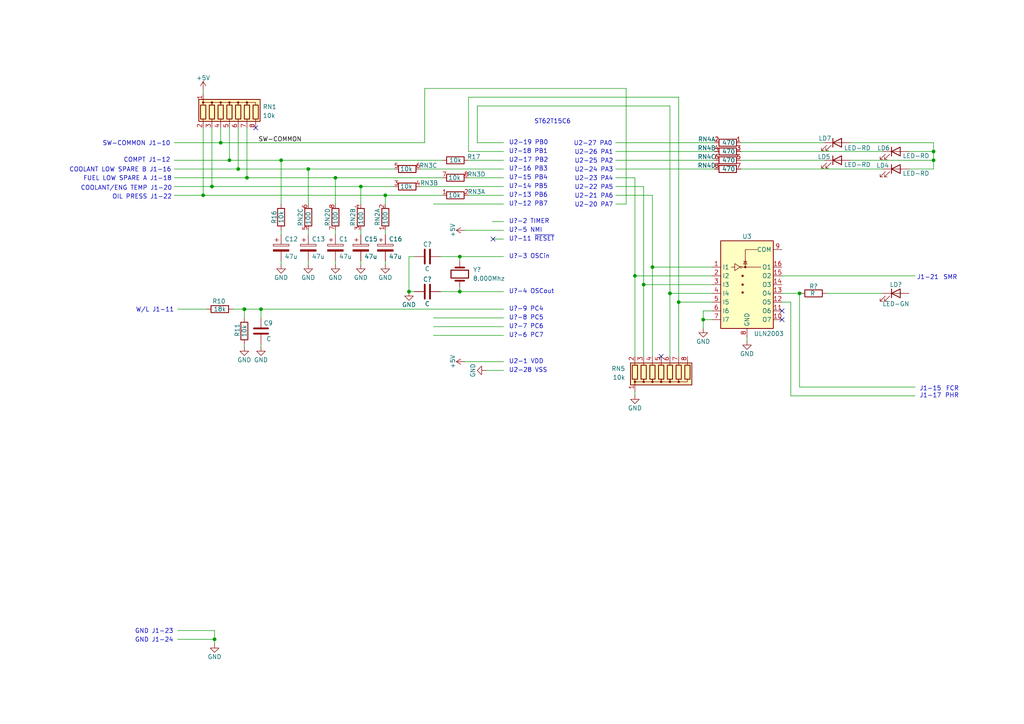
<source format=kicad_sch>
(kicad_sch (version 20211123) (generator eeschema)

  (uuid 4bbb864a-9c56-437e-8ef2-447e191f65e4)

  (paper "A4")

  (title_block
    (title "Powersupply, CPU, LEDS and drivers.")
    (date "2024-09-15")
    (rev "-")
    (company "Atlas Copco, Mobile diesel compressor")
    (comment 1 "Controller for compressor XAS186/XAS196")
  )

  (lib_symbols
    (symbol "Device:C" (pin_numbers hide) (pin_names (offset 0.254)) (in_bom yes) (on_board yes)
      (property "Reference" "C" (id 0) (at 0.635 2.54 0)
        (effects (font (size 1.27 1.27)) (justify left))
      )
      (property "Value" "C" (id 1) (at 0.635 -2.54 0)
        (effects (font (size 1.27 1.27)) (justify left))
      )
      (property "Footprint" "" (id 2) (at 0.9652 -3.81 0)
        (effects (font (size 1.27 1.27)) hide)
      )
      (property "Datasheet" "~" (id 3) (at 0 0 0)
        (effects (font (size 1.27 1.27)) hide)
      )
      (property "ki_keywords" "cap capacitor" (id 4) (at 0 0 0)
        (effects (font (size 1.27 1.27)) hide)
      )
      (property "ki_description" "Unpolarized capacitor" (id 5) (at 0 0 0)
        (effects (font (size 1.27 1.27)) hide)
      )
      (property "ki_fp_filters" "C_*" (id 6) (at 0 0 0)
        (effects (font (size 1.27 1.27)) hide)
      )
      (symbol "C_0_1"
        (polyline
          (pts
            (xy -2.032 -0.762)
            (xy 2.032 -0.762)
          )
          (stroke (width 0.508) (type default) (color 0 0 0 0))
          (fill (type none))
        )
        (polyline
          (pts
            (xy -2.032 0.762)
            (xy 2.032 0.762)
          )
          (stroke (width 0.508) (type default) (color 0 0 0 0))
          (fill (type none))
        )
      )
      (symbol "C_1_1"
        (pin passive line (at 0 3.81 270) (length 2.794)
          (name "~" (effects (font (size 1.27 1.27))))
          (number "1" (effects (font (size 1.27 1.27))))
        )
        (pin passive line (at 0 -3.81 90) (length 2.794)
          (name "~" (effects (font (size 1.27 1.27))))
          (number "2" (effects (font (size 1.27 1.27))))
        )
      )
    )
    (symbol "Device:C_Polarized" (pin_numbers hide) (pin_names (offset 0.254)) (in_bom yes) (on_board yes)
      (property "Reference" "C" (id 0) (at 0.635 2.54 0)
        (effects (font (size 1.27 1.27)) (justify left))
      )
      (property "Value" "C_Polarized" (id 1) (at 0.635 -2.54 0)
        (effects (font (size 1.27 1.27)) (justify left))
      )
      (property "Footprint" "" (id 2) (at 0.9652 -3.81 0)
        (effects (font (size 1.27 1.27)) hide)
      )
      (property "Datasheet" "~" (id 3) (at 0 0 0)
        (effects (font (size 1.27 1.27)) hide)
      )
      (property "ki_keywords" "cap capacitor" (id 4) (at 0 0 0)
        (effects (font (size 1.27 1.27)) hide)
      )
      (property "ki_description" "Polarized capacitor" (id 5) (at 0 0 0)
        (effects (font (size 1.27 1.27)) hide)
      )
      (property "ki_fp_filters" "CP_*" (id 6) (at 0 0 0)
        (effects (font (size 1.27 1.27)) hide)
      )
      (symbol "C_Polarized_0_1"
        (rectangle (start -2.286 0.508) (end 2.286 1.016)
          (stroke (width 0) (type default) (color 0 0 0 0))
          (fill (type none))
        )
        (polyline
          (pts
            (xy -1.778 2.286)
            (xy -0.762 2.286)
          )
          (stroke (width 0) (type default) (color 0 0 0 0))
          (fill (type none))
        )
        (polyline
          (pts
            (xy -1.27 2.794)
            (xy -1.27 1.778)
          )
          (stroke (width 0) (type default) (color 0 0 0 0))
          (fill (type none))
        )
        (rectangle (start 2.286 -0.508) (end -2.286 -1.016)
          (stroke (width 0) (type default) (color 0 0 0 0))
          (fill (type outline))
        )
      )
      (symbol "C_Polarized_1_1"
        (pin passive line (at 0 3.81 270) (length 2.794)
          (name "~" (effects (font (size 1.27 1.27))))
          (number "1" (effects (font (size 1.27 1.27))))
        )
        (pin passive line (at 0 -3.81 90) (length 2.794)
          (name "~" (effects (font (size 1.27 1.27))))
          (number "2" (effects (font (size 1.27 1.27))))
        )
      )
    )
    (symbol "Device:Crystal" (pin_numbers hide) (pin_names (offset 1.016) hide) (in_bom yes) (on_board yes)
      (property "Reference" "Y" (id 0) (at 0 3.81 0)
        (effects (font (size 1.27 1.27)))
      )
      (property "Value" "Crystal" (id 1) (at 0 -3.81 0)
        (effects (font (size 1.27 1.27)))
      )
      (property "Footprint" "" (id 2) (at 0 0 0)
        (effects (font (size 1.27 1.27)) hide)
      )
      (property "Datasheet" "~" (id 3) (at 0 0 0)
        (effects (font (size 1.27 1.27)) hide)
      )
      (property "ki_keywords" "quartz ceramic resonator oscillator" (id 4) (at 0 0 0)
        (effects (font (size 1.27 1.27)) hide)
      )
      (property "ki_description" "Two pin crystal" (id 5) (at 0 0 0)
        (effects (font (size 1.27 1.27)) hide)
      )
      (property "ki_fp_filters" "Crystal*" (id 6) (at 0 0 0)
        (effects (font (size 1.27 1.27)) hide)
      )
      (symbol "Crystal_0_1"
        (rectangle (start -1.143 2.54) (end 1.143 -2.54)
          (stroke (width 0.3048) (type default) (color 0 0 0 0))
          (fill (type none))
        )
        (polyline
          (pts
            (xy -2.54 0)
            (xy -1.905 0)
          )
          (stroke (width 0) (type default) (color 0 0 0 0))
          (fill (type none))
        )
        (polyline
          (pts
            (xy -1.905 -1.27)
            (xy -1.905 1.27)
          )
          (stroke (width 0.508) (type default) (color 0 0 0 0))
          (fill (type none))
        )
        (polyline
          (pts
            (xy 1.905 -1.27)
            (xy 1.905 1.27)
          )
          (stroke (width 0.508) (type default) (color 0 0 0 0))
          (fill (type none))
        )
        (polyline
          (pts
            (xy 2.54 0)
            (xy 1.905 0)
          )
          (stroke (width 0) (type default) (color 0 0 0 0))
          (fill (type none))
        )
      )
      (symbol "Crystal_1_1"
        (pin passive line (at -3.81 0 0) (length 1.27)
          (name "1" (effects (font (size 1.27 1.27))))
          (number "1" (effects (font (size 1.27 1.27))))
        )
        (pin passive line (at 3.81 0 180) (length 1.27)
          (name "2" (effects (font (size 1.27 1.27))))
          (number "2" (effects (font (size 1.27 1.27))))
        )
      )
    )
    (symbol "Device:LED" (pin_numbers hide) (pin_names (offset 1.016) hide) (in_bom yes) (on_board yes)
      (property "Reference" "D" (id 0) (at 0 2.54 0)
        (effects (font (size 1.27 1.27)))
      )
      (property "Value" "LED" (id 1) (at 0 -2.54 0)
        (effects (font (size 1.27 1.27)))
      )
      (property "Footprint" "" (id 2) (at 0 0 0)
        (effects (font (size 1.27 1.27)) hide)
      )
      (property "Datasheet" "~" (id 3) (at 0 0 0)
        (effects (font (size 1.27 1.27)) hide)
      )
      (property "ki_keywords" "LED diode" (id 4) (at 0 0 0)
        (effects (font (size 1.27 1.27)) hide)
      )
      (property "ki_description" "Light emitting diode" (id 5) (at 0 0 0)
        (effects (font (size 1.27 1.27)) hide)
      )
      (property "ki_fp_filters" "LED* LED_SMD:* LED_THT:*" (id 6) (at 0 0 0)
        (effects (font (size 1.27 1.27)) hide)
      )
      (symbol "LED_0_1"
        (polyline
          (pts
            (xy -1.27 -1.27)
            (xy -1.27 1.27)
          )
          (stroke (width 0.254) (type default) (color 0 0 0 0))
          (fill (type none))
        )
        (polyline
          (pts
            (xy -1.27 0)
            (xy 1.27 0)
          )
          (stroke (width 0) (type default) (color 0 0 0 0))
          (fill (type none))
        )
        (polyline
          (pts
            (xy 1.27 -1.27)
            (xy 1.27 1.27)
            (xy -1.27 0)
            (xy 1.27 -1.27)
          )
          (stroke (width 0.254) (type default) (color 0 0 0 0))
          (fill (type none))
        )
        (polyline
          (pts
            (xy -3.048 -0.762)
            (xy -4.572 -2.286)
            (xy -3.81 -2.286)
            (xy -4.572 -2.286)
            (xy -4.572 -1.524)
          )
          (stroke (width 0) (type default) (color 0 0 0 0))
          (fill (type none))
        )
        (polyline
          (pts
            (xy -1.778 -0.762)
            (xy -3.302 -2.286)
            (xy -2.54 -2.286)
            (xy -3.302 -2.286)
            (xy -3.302 -1.524)
          )
          (stroke (width 0) (type default) (color 0 0 0 0))
          (fill (type none))
        )
      )
      (symbol "LED_1_1"
        (pin passive line (at -3.81 0 0) (length 2.54)
          (name "K" (effects (font (size 1.27 1.27))))
          (number "1" (effects (font (size 1.27 1.27))))
        )
        (pin passive line (at 3.81 0 180) (length 2.54)
          (name "A" (effects (font (size 1.27 1.27))))
          (number "2" (effects (font (size 1.27 1.27))))
        )
      )
    )
    (symbol "Device:R" (pin_numbers hide) (pin_names (offset 0)) (in_bom yes) (on_board yes)
      (property "Reference" "R" (id 0) (at 2.032 0 90)
        (effects (font (size 1.27 1.27)))
      )
      (property "Value" "R" (id 1) (at 0 0 90)
        (effects (font (size 1.27 1.27)))
      )
      (property "Footprint" "" (id 2) (at -1.778 0 90)
        (effects (font (size 1.27 1.27)) hide)
      )
      (property "Datasheet" "~" (id 3) (at 0 0 0)
        (effects (font (size 1.27 1.27)) hide)
      )
      (property "ki_keywords" "R res resistor" (id 4) (at 0 0 0)
        (effects (font (size 1.27 1.27)) hide)
      )
      (property "ki_description" "Resistor" (id 5) (at 0 0 0)
        (effects (font (size 1.27 1.27)) hide)
      )
      (property "ki_fp_filters" "R_*" (id 6) (at 0 0 0)
        (effects (font (size 1.27 1.27)) hide)
      )
      (symbol "R_0_1"
        (rectangle (start -1.016 -2.54) (end 1.016 2.54)
          (stroke (width 0.254) (type default) (color 0 0 0 0))
          (fill (type none))
        )
      )
      (symbol "R_1_1"
        (pin passive line (at 0 3.81 270) (length 1.27)
          (name "~" (effects (font (size 1.27 1.27))))
          (number "1" (effects (font (size 1.27 1.27))))
        )
        (pin passive line (at 0 -3.81 90) (length 1.27)
          (name "~" (effects (font (size 1.27 1.27))))
          (number "2" (effects (font (size 1.27 1.27))))
        )
      )
    )
    (symbol "Device:R_Network07" (pin_names (offset 0) hide) (in_bom yes) (on_board yes)
      (property "Reference" "RN" (id 0) (at -10.16 0 90)
        (effects (font (size 1.27 1.27)))
      )
      (property "Value" "R_Network07" (id 1) (at 10.16 0 90)
        (effects (font (size 1.27 1.27)))
      )
      (property "Footprint" "Resistor_THT:R_Array_SIP8" (id 2) (at 12.065 0 90)
        (effects (font (size 1.27 1.27)) hide)
      )
      (property "Datasheet" "http://www.vishay.com/docs/31509/csc.pdf" (id 3) (at 0 0 0)
        (effects (font (size 1.27 1.27)) hide)
      )
      (property "ki_keywords" "R network star-topology" (id 4) (at 0 0 0)
        (effects (font (size 1.27 1.27)) hide)
      )
      (property "ki_description" "7 resistor network, star topology, bussed resistors, small symbol" (id 5) (at 0 0 0)
        (effects (font (size 1.27 1.27)) hide)
      )
      (property "ki_fp_filters" "R?Array?SIP*" (id 6) (at 0 0 0)
        (effects (font (size 1.27 1.27)) hide)
      )
      (symbol "R_Network07_0_1"
        (rectangle (start -8.89 -3.175) (end 8.89 3.175)
          (stroke (width 0.254) (type default) (color 0 0 0 0))
          (fill (type background))
        )
        (rectangle (start -8.382 1.524) (end -6.858 -2.54)
          (stroke (width 0.254) (type default) (color 0 0 0 0))
          (fill (type none))
        )
        (circle (center -7.62 2.286) (radius 0.254)
          (stroke (width 0) (type default) (color 0 0 0 0))
          (fill (type outline))
        )
        (rectangle (start -5.842 1.524) (end -4.318 -2.54)
          (stroke (width 0.254) (type default) (color 0 0 0 0))
          (fill (type none))
        )
        (circle (center -5.08 2.286) (radius 0.254)
          (stroke (width 0) (type default) (color 0 0 0 0))
          (fill (type outline))
        )
        (rectangle (start -3.302 1.524) (end -1.778 -2.54)
          (stroke (width 0.254) (type default) (color 0 0 0 0))
          (fill (type none))
        )
        (circle (center -2.54 2.286) (radius 0.254)
          (stroke (width 0) (type default) (color 0 0 0 0))
          (fill (type outline))
        )
        (rectangle (start -0.762 1.524) (end 0.762 -2.54)
          (stroke (width 0.254) (type default) (color 0 0 0 0))
          (fill (type none))
        )
        (polyline
          (pts
            (xy -7.62 -2.54)
            (xy -7.62 -3.81)
          )
          (stroke (width 0) (type default) (color 0 0 0 0))
          (fill (type none))
        )
        (polyline
          (pts
            (xy -5.08 -2.54)
            (xy -5.08 -3.81)
          )
          (stroke (width 0) (type default) (color 0 0 0 0))
          (fill (type none))
        )
        (polyline
          (pts
            (xy -2.54 -2.54)
            (xy -2.54 -3.81)
          )
          (stroke (width 0) (type default) (color 0 0 0 0))
          (fill (type none))
        )
        (polyline
          (pts
            (xy 0 -2.54)
            (xy 0 -3.81)
          )
          (stroke (width 0) (type default) (color 0 0 0 0))
          (fill (type none))
        )
        (polyline
          (pts
            (xy 2.54 -2.54)
            (xy 2.54 -3.81)
          )
          (stroke (width 0) (type default) (color 0 0 0 0))
          (fill (type none))
        )
        (polyline
          (pts
            (xy 5.08 -2.54)
            (xy 5.08 -3.81)
          )
          (stroke (width 0) (type default) (color 0 0 0 0))
          (fill (type none))
        )
        (polyline
          (pts
            (xy 7.62 -2.54)
            (xy 7.62 -3.81)
          )
          (stroke (width 0) (type default) (color 0 0 0 0))
          (fill (type none))
        )
        (polyline
          (pts
            (xy -7.62 1.524)
            (xy -7.62 2.286)
            (xy -5.08 2.286)
            (xy -5.08 1.524)
          )
          (stroke (width 0) (type default) (color 0 0 0 0))
          (fill (type none))
        )
        (polyline
          (pts
            (xy -5.08 1.524)
            (xy -5.08 2.286)
            (xy -2.54 2.286)
            (xy -2.54 1.524)
          )
          (stroke (width 0) (type default) (color 0 0 0 0))
          (fill (type none))
        )
        (polyline
          (pts
            (xy -2.54 1.524)
            (xy -2.54 2.286)
            (xy 0 2.286)
            (xy 0 1.524)
          )
          (stroke (width 0) (type default) (color 0 0 0 0))
          (fill (type none))
        )
        (polyline
          (pts
            (xy 0 1.524)
            (xy 0 2.286)
            (xy 2.54 2.286)
            (xy 2.54 1.524)
          )
          (stroke (width 0) (type default) (color 0 0 0 0))
          (fill (type none))
        )
        (polyline
          (pts
            (xy 2.54 1.524)
            (xy 2.54 2.286)
            (xy 5.08 2.286)
            (xy 5.08 1.524)
          )
          (stroke (width 0) (type default) (color 0 0 0 0))
          (fill (type none))
        )
        (polyline
          (pts
            (xy 5.08 1.524)
            (xy 5.08 2.286)
            (xy 7.62 2.286)
            (xy 7.62 1.524)
          )
          (stroke (width 0) (type default) (color 0 0 0 0))
          (fill (type none))
        )
        (circle (center 0 2.286) (radius 0.254)
          (stroke (width 0) (type default) (color 0 0 0 0))
          (fill (type outline))
        )
        (rectangle (start 1.778 1.524) (end 3.302 -2.54)
          (stroke (width 0.254) (type default) (color 0 0 0 0))
          (fill (type none))
        )
        (circle (center 2.54 2.286) (radius 0.254)
          (stroke (width 0) (type default) (color 0 0 0 0))
          (fill (type outline))
        )
        (rectangle (start 4.318 1.524) (end 5.842 -2.54)
          (stroke (width 0.254) (type default) (color 0 0 0 0))
          (fill (type none))
        )
        (circle (center 5.08 2.286) (radius 0.254)
          (stroke (width 0) (type default) (color 0 0 0 0))
          (fill (type outline))
        )
        (rectangle (start 6.858 1.524) (end 8.382 -2.54)
          (stroke (width 0.254) (type default) (color 0 0 0 0))
          (fill (type none))
        )
      )
      (symbol "R_Network07_1_1"
        (pin passive line (at -7.62 5.08 270) (length 2.54)
          (name "common" (effects (font (size 1.27 1.27))))
          (number "1" (effects (font (size 1.27 1.27))))
        )
        (pin passive line (at -7.62 -5.08 90) (length 1.27)
          (name "R1" (effects (font (size 1.27 1.27))))
          (number "2" (effects (font (size 1.27 1.27))))
        )
        (pin passive line (at -5.08 -5.08 90) (length 1.27)
          (name "R2" (effects (font (size 1.27 1.27))))
          (number "3" (effects (font (size 1.27 1.27))))
        )
        (pin passive line (at -2.54 -5.08 90) (length 1.27)
          (name "R3" (effects (font (size 1.27 1.27))))
          (number "4" (effects (font (size 1.27 1.27))))
        )
        (pin passive line (at 0 -5.08 90) (length 1.27)
          (name "R4" (effects (font (size 1.27 1.27))))
          (number "5" (effects (font (size 1.27 1.27))))
        )
        (pin passive line (at 2.54 -5.08 90) (length 1.27)
          (name "R5" (effects (font (size 1.27 1.27))))
          (number "6" (effects (font (size 1.27 1.27))))
        )
        (pin passive line (at 5.08 -5.08 90) (length 1.27)
          (name "R6" (effects (font (size 1.27 1.27))))
          (number "7" (effects (font (size 1.27 1.27))))
        )
        (pin passive line (at 7.62 -5.08 90) (length 1.27)
          (name "R7" (effects (font (size 1.27 1.27))))
          (number "8" (effects (font (size 1.27 1.27))))
        )
      )
    )
    (symbol "Device:R_Pack04_SIP_Split" (pin_names (offset 0) hide) (in_bom yes) (on_board yes)
      (property "Reference" "RN" (id 0) (at 2.032 0 90)
        (effects (font (size 1.27 1.27)))
      )
      (property "Value" "R_Pack04_SIP_Split" (id 1) (at 0 0 90)
        (effects (font (size 1.27 1.27)))
      )
      (property "Footprint" "Resistor_THT:R_Array_SIP8" (id 2) (at -2.032 0 90)
        (effects (font (size 1.27 1.27)) hide)
      )
      (property "Datasheet" "http://www.vishay.com/docs/31509/csc.pdf" (id 3) (at 0 0 0)
        (effects (font (size 1.27 1.27)) hide)
      )
      (property "ki_keywords" "R network parallel topology isolated" (id 4) (at 0 0 0)
        (effects (font (size 1.27 1.27)) hide)
      )
      (property "ki_description" "4 resistor network, parallel topology, SIP package, split" (id 5) (at 0 0 0)
        (effects (font (size 1.27 1.27)) hide)
      )
      (property "ki_fp_filters" "R?Array?SIP*" (id 6) (at 0 0 0)
        (effects (font (size 1.27 1.27)) hide)
      )
      (symbol "R_Pack04_SIP_Split_0_1"
        (rectangle (start 1.016 2.54) (end -1.016 -2.54)
          (stroke (width 0.254) (type default) (color 0 0 0 0))
          (fill (type none))
        )
      )
      (symbol "R_Pack04_SIP_Split_1_1"
        (pin passive line (at 0 -3.81 90) (length 1.27)
          (name "R1.1" (effects (font (size 1.27 1.27))))
          (number "1" (effects (font (size 1.27 1.27))))
        )
        (pin passive line (at 0 3.81 270) (length 1.27)
          (name "R1.2" (effects (font (size 1.27 1.27))))
          (number "2" (effects (font (size 1.27 1.27))))
        )
      )
      (symbol "R_Pack04_SIP_Split_2_1"
        (pin passive line (at 0 -3.81 90) (length 1.27)
          (name "R2.1" (effects (font (size 1.27 1.27))))
          (number "3" (effects (font (size 1.27 1.27))))
        )
        (pin passive line (at 0 3.81 270) (length 1.27)
          (name "R2.2" (effects (font (size 1.27 1.27))))
          (number "4" (effects (font (size 1.27 1.27))))
        )
      )
      (symbol "R_Pack04_SIP_Split_3_1"
        (pin passive line (at 0 -3.81 90) (length 1.27)
          (name "R3.1" (effects (font (size 1.27 1.27))))
          (number "5" (effects (font (size 1.27 1.27))))
        )
        (pin passive line (at 0 3.81 270) (length 1.27)
          (name "R3.2" (effects (font (size 1.27 1.27))))
          (number "6" (effects (font (size 1.27 1.27))))
        )
      )
      (symbol "R_Pack04_SIP_Split_4_1"
        (pin passive line (at 0 -3.81 90) (length 1.27)
          (name "R4.1" (effects (font (size 1.27 1.27))))
          (number "7" (effects (font (size 1.27 1.27))))
        )
        (pin passive line (at 0 3.81 270) (length 1.27)
          (name "R4.2" (effects (font (size 1.27 1.27))))
          (number "8" (effects (font (size 1.27 1.27))))
        )
      )
    )
    (symbol "Transistor_Array:ULN2003" (in_bom yes) (on_board yes)
      (property "Reference" "U" (id 0) (at 0 15.875 0)
        (effects (font (size 1.27 1.27)))
      )
      (property "Value" "ULN2003" (id 1) (at 0 13.97 0)
        (effects (font (size 1.27 1.27)))
      )
      (property "Footprint" "" (id 2) (at 1.27 -13.97 0)
        (effects (font (size 1.27 1.27)) (justify left) hide)
      )
      (property "Datasheet" "http://www.ti.com/lit/ds/symlink/uln2003a.pdf" (id 3) (at 2.54 -5.08 0)
        (effects (font (size 1.27 1.27)) hide)
      )
      (property "ki_keywords" "darlington transistor array" (id 4) (at 0 0 0)
        (effects (font (size 1.27 1.27)) hide)
      )
      (property "ki_description" "High Voltage, High Current Darlington Transistor Arrays, SOIC16/SOIC16W/DIP16/TSSOP16" (id 5) (at 0 0 0)
        (effects (font (size 1.27 1.27)) hide)
      )
      (property "ki_fp_filters" "DIP*W7.62mm* SOIC*3.9x9.9mm*P1.27mm* SSOP*4.4x5.2mm*P0.65mm* TSSOP*4.4x5mm*P0.65mm* SOIC*W*5.3x10.2mm*P1.27mm*" (id 6) (at 0 0 0)
        (effects (font (size 1.27 1.27)) hide)
      )
      (symbol "ULN2003_0_1"
        (rectangle (start -7.62 -12.7) (end 7.62 12.7)
          (stroke (width 0.254) (type default) (color 0 0 0 0))
          (fill (type background))
        )
        (circle (center -1.778 5.08) (radius 0.254)
          (stroke (width 0) (type default) (color 0 0 0 0))
          (fill (type none))
        )
        (circle (center -1.27 -2.286) (radius 0.254)
          (stroke (width 0) (type default) (color 0 0 0 0))
          (fill (type outline))
        )
        (circle (center -1.27 0) (radius 0.254)
          (stroke (width 0) (type default) (color 0 0 0 0))
          (fill (type outline))
        )
        (circle (center -1.27 2.54) (radius 0.254)
          (stroke (width 0) (type default) (color 0 0 0 0))
          (fill (type outline))
        )
        (circle (center -0.508 5.08) (radius 0.254)
          (stroke (width 0) (type default) (color 0 0 0 0))
          (fill (type outline))
        )
        (polyline
          (pts
            (xy -4.572 5.08)
            (xy -3.556 5.08)
          )
          (stroke (width 0) (type default) (color 0 0 0 0))
          (fill (type none))
        )
        (polyline
          (pts
            (xy -1.524 5.08)
            (xy 4.064 5.08)
          )
          (stroke (width 0) (type default) (color 0 0 0 0))
          (fill (type none))
        )
        (polyline
          (pts
            (xy 0 6.731)
            (xy -1.016 6.731)
          )
          (stroke (width 0) (type default) (color 0 0 0 0))
          (fill (type none))
        )
        (polyline
          (pts
            (xy -0.508 5.08)
            (xy -0.508 10.16)
            (xy 2.921 10.16)
          )
          (stroke (width 0) (type default) (color 0 0 0 0))
          (fill (type none))
        )
        (polyline
          (pts
            (xy -3.556 6.096)
            (xy -3.556 4.064)
            (xy -2.032 5.08)
            (xy -3.556 6.096)
          )
          (stroke (width 0) (type default) (color 0 0 0 0))
          (fill (type none))
        )
        (polyline
          (pts
            (xy 0 5.969)
            (xy -1.016 5.969)
            (xy -0.508 6.731)
            (xy 0 5.969)
          )
          (stroke (width 0) (type default) (color 0 0 0 0))
          (fill (type none))
        )
      )
      (symbol "ULN2003_1_1"
        (pin input line (at -10.16 5.08 0) (length 2.54)
          (name "I1" (effects (font (size 1.27 1.27))))
          (number "1" (effects (font (size 1.27 1.27))))
        )
        (pin open_collector line (at 10.16 -10.16 180) (length 2.54)
          (name "O7" (effects (font (size 1.27 1.27))))
          (number "10" (effects (font (size 1.27 1.27))))
        )
        (pin open_collector line (at 10.16 -7.62 180) (length 2.54)
          (name "O6" (effects (font (size 1.27 1.27))))
          (number "11" (effects (font (size 1.27 1.27))))
        )
        (pin open_collector line (at 10.16 -5.08 180) (length 2.54)
          (name "O5" (effects (font (size 1.27 1.27))))
          (number "12" (effects (font (size 1.27 1.27))))
        )
        (pin open_collector line (at 10.16 -2.54 180) (length 2.54)
          (name "O4" (effects (font (size 1.27 1.27))))
          (number "13" (effects (font (size 1.27 1.27))))
        )
        (pin open_collector line (at 10.16 0 180) (length 2.54)
          (name "O3" (effects (font (size 1.27 1.27))))
          (number "14" (effects (font (size 1.27 1.27))))
        )
        (pin open_collector line (at 10.16 2.54 180) (length 2.54)
          (name "O2" (effects (font (size 1.27 1.27))))
          (number "15" (effects (font (size 1.27 1.27))))
        )
        (pin open_collector line (at 10.16 5.08 180) (length 2.54)
          (name "O1" (effects (font (size 1.27 1.27))))
          (number "16" (effects (font (size 1.27 1.27))))
        )
        (pin input line (at -10.16 2.54 0) (length 2.54)
          (name "I2" (effects (font (size 1.27 1.27))))
          (number "2" (effects (font (size 1.27 1.27))))
        )
        (pin input line (at -10.16 0 0) (length 2.54)
          (name "I3" (effects (font (size 1.27 1.27))))
          (number "3" (effects (font (size 1.27 1.27))))
        )
        (pin input line (at -10.16 -2.54 0) (length 2.54)
          (name "I4" (effects (font (size 1.27 1.27))))
          (number "4" (effects (font (size 1.27 1.27))))
        )
        (pin input line (at -10.16 -5.08 0) (length 2.54)
          (name "I5" (effects (font (size 1.27 1.27))))
          (number "5" (effects (font (size 1.27 1.27))))
        )
        (pin input line (at -10.16 -7.62 0) (length 2.54)
          (name "I6" (effects (font (size 1.27 1.27))))
          (number "6" (effects (font (size 1.27 1.27))))
        )
        (pin input line (at -10.16 -10.16 0) (length 2.54)
          (name "I7" (effects (font (size 1.27 1.27))))
          (number "7" (effects (font (size 1.27 1.27))))
        )
        (pin power_in line (at 0 -15.24 90) (length 2.54)
          (name "GND" (effects (font (size 1.27 1.27))))
          (number "8" (effects (font (size 1.27 1.27))))
        )
        (pin passive line (at 10.16 10.16 180) (length 2.54)
          (name "COM" (effects (font (size 1.27 1.27))))
          (number "9" (effects (font (size 1.27 1.27))))
        )
      )
    )
    (symbol "power:+5V" (power) (pin_names (offset 0)) (in_bom yes) (on_board yes)
      (property "Reference" "#PWR" (id 0) (at 0 -3.81 0)
        (effects (font (size 1.27 1.27)) hide)
      )
      (property "Value" "+5V" (id 1) (at 0 3.556 0)
        (effects (font (size 1.27 1.27)))
      )
      (property "Footprint" "" (id 2) (at 0 0 0)
        (effects (font (size 1.27 1.27)) hide)
      )
      (property "Datasheet" "" (id 3) (at 0 0 0)
        (effects (font (size 1.27 1.27)) hide)
      )
      (property "ki_keywords" "global power" (id 4) (at 0 0 0)
        (effects (font (size 1.27 1.27)) hide)
      )
      (property "ki_description" "Power symbol creates a global label with name \"+5V\"" (id 5) (at 0 0 0)
        (effects (font (size 1.27 1.27)) hide)
      )
      (symbol "+5V_0_1"
        (polyline
          (pts
            (xy -0.762 1.27)
            (xy 0 2.54)
          )
          (stroke (width 0) (type default) (color 0 0 0 0))
          (fill (type none))
        )
        (polyline
          (pts
            (xy 0 0)
            (xy 0 2.54)
          )
          (stroke (width 0) (type default) (color 0 0 0 0))
          (fill (type none))
        )
        (polyline
          (pts
            (xy 0 2.54)
            (xy 0.762 1.27)
          )
          (stroke (width 0) (type default) (color 0 0 0 0))
          (fill (type none))
        )
      )
      (symbol "+5V_1_1"
        (pin power_in line (at 0 0 90) (length 0) hide
          (name "+5V" (effects (font (size 1.27 1.27))))
          (number "1" (effects (font (size 1.27 1.27))))
        )
      )
    )
    (symbol "power:GND" (power) (pin_names (offset 0)) (in_bom yes) (on_board yes)
      (property "Reference" "#PWR" (id 0) (at 0 -6.35 0)
        (effects (font (size 1.27 1.27)) hide)
      )
      (property "Value" "GND" (id 1) (at 0 -3.81 0)
        (effects (font (size 1.27 1.27)))
      )
      (property "Footprint" "" (id 2) (at 0 0 0)
        (effects (font (size 1.27 1.27)) hide)
      )
      (property "Datasheet" "" (id 3) (at 0 0 0)
        (effects (font (size 1.27 1.27)) hide)
      )
      (property "ki_keywords" "global power" (id 4) (at 0 0 0)
        (effects (font (size 1.27 1.27)) hide)
      )
      (property "ki_description" "Power symbol creates a global label with name \"GND\" , ground" (id 5) (at 0 0 0)
        (effects (font (size 1.27 1.27)) hide)
      )
      (symbol "GND_0_1"
        (polyline
          (pts
            (xy 0 0)
            (xy 0 -1.27)
            (xy 1.27 -1.27)
            (xy 0 -2.54)
            (xy -1.27 -1.27)
            (xy 0 -1.27)
          )
          (stroke (width 0) (type default) (color 0 0 0 0))
          (fill (type none))
        )
      )
      (symbol "GND_1_1"
        (pin power_in line (at 0 0 270) (length 0) hide
          (name "GND" (effects (font (size 1.27 1.27))))
          (number "1" (effects (font (size 1.27 1.27))))
        )
      )
    )
  )

  (junction (at 58.928 56.642) (diameter 0) (color 0 0 0 0)
    (uuid 0445848d-d194-453b-89fb-5c4fd9d5558f)
  )
  (junction (at 89.408 49.022) (diameter 0) (color 0 0 0 0)
    (uuid 136f2a69-c705-467a-b673-7cdd4771997e)
  )
  (junction (at 75.692 89.662) (diameter 0) (color 0 0 0 0)
    (uuid 1cc807dd-051f-44e9-ab26-2bd7cffa19ea)
  )
  (junction (at 97.282 51.562) (diameter 0) (color 0 0 0 0)
    (uuid 2f147644-4339-4d53-ad63-3a3e575d7fb1)
  )
  (junction (at 104.648 54.102) (diameter 0) (color 0 0 0 0)
    (uuid 2f9cbaca-f44d-459d-833b-09f6ed8ba065)
  )
  (junction (at 64.008 41.402) (diameter 0) (color 0 0 0 0)
    (uuid 397c153e-cf10-4df2-a693-696155116138)
  )
  (junction (at 62.23 185.42) (diameter 0) (color 0 0 0 0)
    (uuid 630de6ca-89b1-4a9f-9eba-fb032f5e57e3)
  )
  (junction (at 81.534 46.482) (diameter 0) (color 0 0 0 0)
    (uuid 63653bae-7562-4259-a8ad-780371cb618d)
  )
  (junction (at 70.866 89.662) (diameter 0) (color 0 0 0 0)
    (uuid 6785d9ff-84b4-4d4e-9b0d-a65d70eb4743)
  )
  (junction (at 231.902 85.09) (diameter 0) (color 0 0 0 0)
    (uuid 6933ce2b-e337-40eb-a04f-57544fcf15a8)
  )
  (junction (at 203.962 92.71) (diameter 0) (color 0 0 0 0)
    (uuid 6a2f359c-7d6d-4439-b3e4-c44e768d82e4)
  )
  (junction (at 70.866 89.6827) (diameter 0) (color 0 0 0 0)
    (uuid 703a39bf-d2f9-4776-8f15-e2a131edcd5c)
  )
  (junction (at 196.85 87.63) (diameter 0) (color 0 0 0 0)
    (uuid 734c4438-373e-4cdd-a31e-85af143a91a3)
  )
  (junction (at 270.764 46.482) (diameter 0) (color 0 0 0 0)
    (uuid 7e3fe2e5-5afd-4c40-a9af-adf25ddccd39)
  )
  (junction (at 66.548 46.482) (diameter 0) (color 0 0 0 0)
    (uuid 877ebbb2-acef-45cf-a7ca-e5fb6680470f)
  )
  (junction (at 69.088 49.022) (diameter 0) (color 0 0 0 0)
    (uuid 88a9d74b-7825-4510-9486-be0d81158a13)
  )
  (junction (at 111.76 56.642) (diameter 0) (color 0 0 0 0)
    (uuid 976aa528-df88-4d2a-829a-ae29053366e3)
  )
  (junction (at 133.35 74.422) (diameter 0) (color 0 0 0 0)
    (uuid 982bbe09-b382-4479-881c-cdaeee9fc9fe)
  )
  (junction (at 133.35 84.582) (diameter 0) (color 0 0 0 0)
    (uuid 9ad76a76-3e35-47f3-8956-9616b09993f3)
  )
  (junction (at 184.15 80.01) (diameter 0) (color 0 0 0 0)
    (uuid a260811c-8c38-4971-9a0f-fca67e256bcd)
  )
  (junction (at 186.69 82.55) (diameter 0) (color 0 0 0 0)
    (uuid be97dd4d-d674-4557-beaf-a62e4ee1ab8c)
  )
  (junction (at 71.628 51.562) (diameter 0) (color 0 0 0 0)
    (uuid c67fa71d-a97a-49c6-bd74-7f1e31cd726c)
  )
  (junction (at 118.618 84.582) (diameter 0) (color 0 0 0 0)
    (uuid ca1e4fbd-e701-4726-bff5-861f45409996)
  )
  (junction (at 270.764 43.942) (diameter 0) (color 0 0 0 0)
    (uuid d911ce60-187f-40d3-af30-3525e713fdce)
  )
  (junction (at 61.468 54.102) (diameter 0) (color 0 0 0 0)
    (uuid f44e044e-fc59-425e-b3e7-d5166002caba)
  )
  (junction (at 194.31 85.09) (diameter 0) (color 0 0 0 0)
    (uuid fcf7c8cc-a29b-4dc0-b28a-1f30658e156b)
  )
  (junction (at 189.23 77.47) (diameter 0) (color 0 0 0 0)
    (uuid fdee21e0-eb98-40f8-9da1-34885388f9cf)
  )

  (no_connect (at 191.77 103.378) (uuid 054c343d-63b3-48ad-b7b4-8dea433798e0))
  (no_connect (at 226.822 92.71) (uuid 2e70b95c-a719-4082-9e21-6fe6d4d80d7c))
  (no_connect (at 226.822 90.17) (uuid 5744a8ea-ea3e-4c26-bf6d-c0f0d7a47a9a))
  (no_connect (at 74.168 37.084) (uuid 68d496a7-8051-4a92-a3ca-150bc3039438))
  (no_connect (at 143.002 69.342) (uuid 9dacb1a6-4aa6-4935-bcf2-16e70ee4299c))

  (wire (pts (xy 194.31 85.09) (xy 194.31 103.378))
    (stroke (width 0) (type default) (color 0 0 0 0))
    (uuid 025c967d-4cc4-4baf-98df-a8eb67348818)
  )
  (wire (pts (xy 58.928 56.642) (xy 58.928 37.084))
    (stroke (width 0) (type default) (color 0 0 0 0))
    (uuid 035b1fdd-d62a-463e-a465-b211c62e5deb)
  )
  (wire (pts (xy 133.35 83.312) (xy 133.35 84.582))
    (stroke (width 0) (type default) (color 0 0 0 0))
    (uuid 036a2d22-5f71-40f5-92ac-880657a447ca)
  )
  (wire (pts (xy 246.634 41.402) (xy 270.764 41.402))
    (stroke (width 0) (type default) (color 0 0 0 0))
    (uuid 04efa483-f407-4df0-9998-625510f0176f)
  )
  (wire (pts (xy 111.76 75.692) (xy 111.76 76.708))
    (stroke (width 0) (type default) (color 0 0 0 0))
    (uuid 098afcf2-acce-4735-abc9-4a96826a6256)
  )
  (wire (pts (xy 89.408 49.022) (xy 114.3 49.022))
    (stroke (width 0) (type default) (color 0 0 0 0))
    (uuid 0cb5199e-37ae-47f0-bd8d-6d50c62d607f)
  )
  (wire (pts (xy 138.43 30.734) (xy 138.43 41.402))
    (stroke (width 0) (type default) (color 0 0 0 0))
    (uuid 0d593307-e675-4594-997b-1c5b0e3bccae)
  )
  (wire (pts (xy 104.648 54.102) (xy 114.3 54.102))
    (stroke (width 0) (type default) (color 0 0 0 0))
    (uuid 0fa827c2-4cea-42c3-8b0d-ed7dbcd2a1dd)
  )
  (wire (pts (xy 123.19 25.654) (xy 181.61 25.654))
    (stroke (width 0) (type default) (color 0 0 0 0))
    (uuid 10f96e5b-f666-420e-b7c9-2bc7e891c925)
  )
  (wire (pts (xy 104.648 75.692) (xy 104.648 76.708))
    (stroke (width 0) (type default) (color 0 0 0 0))
    (uuid 1185d4fb-710e-4f14-a1a3-cc72bafb0c5d)
  )
  (wire (pts (xy 134.874 104.902) (xy 146.05 104.902))
    (stroke (width 0) (type default) (color 0 0 0 0))
    (uuid 120ef12d-63a0-4fd2-ad50-56982fbff380)
  )
  (wire (pts (xy 186.69 82.55) (xy 206.502 82.55))
    (stroke (width 0) (type default) (color 0 0 0 0))
    (uuid 122b65be-6ae0-46b6-a16e-4df18827a9ce)
  )
  (wire (pts (xy 135.89 51.562) (xy 146.05 51.562))
    (stroke (width 0) (type default) (color 0 0 0 0))
    (uuid 13aa4343-7d18-4a98-9fa7-cf2b1b209d4b)
  )
  (wire (pts (xy 51.562 182.88) (xy 62.23 182.88))
    (stroke (width 0) (type default) (color 0 0 0 0))
    (uuid 13c0e4b6-c298-44d7-8983-f395e95edd56)
  )
  (wire (pts (xy 89.408 66.802) (xy 89.408 68.072))
    (stroke (width 0) (type default) (color 0 0 0 0))
    (uuid 161fb27e-1c0f-40d3-8e87-b8dda61a095a)
  )
  (wire (pts (xy 194.31 85.09) (xy 194.31 30.734))
    (stroke (width 0) (type default) (color 0 0 0 0))
    (uuid 17ed21ee-f94f-40a1-8c83-96f85f5fee70)
  )
  (wire (pts (xy 189.23 56.642) (xy 189.23 77.47))
    (stroke (width 0) (type default) (color 0 0 0 0))
    (uuid 19610258-8c0a-4623-9b35-e271780bf09e)
  )
  (wire (pts (xy 51.562 89.662) (xy 59.944 89.662))
    (stroke (width 0) (type default) (color 0 0 0 0))
    (uuid 1cad47e4-ea07-4909-b15f-3bed52f19131)
  )
  (wire (pts (xy 81.534 66.802) (xy 81.534 68.072))
    (stroke (width 0) (type default) (color 0 0 0 0))
    (uuid 1d27277d-861c-4ddf-8e05-3a99a337927c)
  )
  (wire (pts (xy 81.534 75.692) (xy 81.534 76.708))
    (stroke (width 0) (type default) (color 0 0 0 0))
    (uuid 1e270b85-98bc-43b6-b08c-f37ddbd37915)
  )
  (wire (pts (xy 143.002 69.342) (xy 146.05 69.342))
    (stroke (width 0) (type default) (color 0 0 0 0))
    (uuid 1e77c07c-d3dd-4379-9051-a3cc5ca5c66e)
  )
  (wire (pts (xy 50.546 54.102) (xy 61.468 54.102))
    (stroke (width 0) (type default) (color 0 0 0 0))
    (uuid 23a879b3-372a-4426-a242-7605b98863cb)
  )
  (wire (pts (xy 125.73 94.742) (xy 146.05 94.742))
    (stroke (width 0) (type default) (color 0 0 0 0))
    (uuid 25c5a4fa-aa4d-44e8-9c5d-8fd24ef12015)
  )
  (wire (pts (xy 125.73 92.202) (xy 146.05 92.202))
    (stroke (width 0) (type default) (color 0 0 0 0))
    (uuid 267b403d-1842-4032-98fa-488d00f5e6fa)
  )
  (wire (pts (xy 226.822 87.63) (xy 229.362 87.63))
    (stroke (width 0) (type default) (color 0 0 0 0))
    (uuid 2b3cf84a-87e1-4b66-a7f1-101033373ca5)
  )
  (wire (pts (xy 203.962 90.17) (xy 203.962 92.71))
    (stroke (width 0) (type default) (color 0 0 0 0))
    (uuid 2b52efa6-b1aa-42b4-87f8-7eb45262a91c)
  )
  (wire (pts (xy 196.85 87.63) (xy 206.502 87.63))
    (stroke (width 0) (type default) (color 0 0 0 0))
    (uuid 2c28ce8c-c28d-4340-a8e2-50e2c0caefc4)
  )
  (wire (pts (xy 62.23 186.69) (xy 62.23 185.42))
    (stroke (width 0) (type default) (color 0 0 0 0))
    (uuid 2c993a08-d1d4-4d0e-9b54-239ed3c71c87)
  )
  (wire (pts (xy 97.282 66.802) (xy 97.282 68.072))
    (stroke (width 0) (type default) (color 0 0 0 0))
    (uuid 2cc7f81e-d31e-431e-b0ea-97b4b5150780)
  )
  (wire (pts (xy 178.562 56.642) (xy 189.23 56.642))
    (stroke (width 0) (type default) (color 0 0 0 0))
    (uuid 2d52c0e8-9348-4b41-a9fa-b9f9d330b9a6)
  )
  (wire (pts (xy 70.866 99.822) (xy 70.866 100.584))
    (stroke (width 0) (type default) (color 0 0 0 0))
    (uuid 2d6448ae-e4c1-4ff3-9338-03b1f6325386)
  )
  (wire (pts (xy 120.142 74.422) (xy 118.618 74.422))
    (stroke (width 0) (type default) (color 0 0 0 0))
    (uuid 2ec46bf6-8d6a-4bd5-8f84-f13421d14e20)
  )
  (wire (pts (xy 184.15 113.538) (xy 184.15 114.554))
    (stroke (width 0) (type default) (color 0 0 0 0))
    (uuid 31357c4d-80e2-4a73-a4e0-75cf29a720a2)
  )
  (wire (pts (xy 81.534 46.482) (xy 81.534 59.182))
    (stroke (width 0) (type default) (color 0 0 0 0))
    (uuid 31ff9f0b-89a7-4b3b-926d-966c8e887cf9)
  )
  (wire (pts (xy 226.822 80.01) (xy 265.43 80.01))
    (stroke (width 0) (type default) (color 0 0 0 0))
    (uuid 330474fc-ac2e-44f3-a189-a02a549fc0c5)
  )
  (wire (pts (xy 125.73 59.182) (xy 146.05 59.182))
    (stroke (width 0) (type default) (color 0 0 0 0))
    (uuid 34a941c1-0671-49b6-9268-2ab86c1eeb97)
  )
  (wire (pts (xy 61.468 37.084) (xy 61.468 54.102))
    (stroke (width 0) (type default) (color 0 0 0 0))
    (uuid 35ea4588-9ba9-4b52-9576-3cd93d0538ba)
  )
  (wire (pts (xy 178.562 46.482) (xy 207.264 46.482))
    (stroke (width 0) (type default) (color 0 0 0 0))
    (uuid 3630ca01-592c-4113-bb72-cc58a0aa72b1)
  )
  (wire (pts (xy 270.764 49.022) (xy 263.652 49.022))
    (stroke (width 0) (type default) (color 0 0 0 0))
    (uuid 3714f7a8-6ca2-4010-bf96-e5dfcc0b1e2c)
  )
  (wire (pts (xy 50.546 51.562) (xy 71.628 51.562))
    (stroke (width 0) (type default) (color 0 0 0 0))
    (uuid 3e197c64-e325-44e3-8ee7-6d0ec2c3db3d)
  )
  (wire (pts (xy 135.89 46.482) (xy 146.05 46.482))
    (stroke (width 0) (type default) (color 0 0 0 0))
    (uuid 3f0013ea-adcb-48d6-beaf-a46fa26d9637)
  )
  (wire (pts (xy 189.23 77.47) (xy 189.23 103.378))
    (stroke (width 0) (type default) (color 0 0 0 0))
    (uuid 3f94de59-77b5-40c6-a1f2-951853b50806)
  )
  (wire (pts (xy 111.76 66.802) (xy 111.76 68.072))
    (stroke (width 0) (type default) (color 0 0 0 0))
    (uuid 47595729-35f2-4f13-b05c-bd5f9589cdde)
  )
  (wire (pts (xy 184.15 51.562) (xy 184.15 80.01))
    (stroke (width 0) (type default) (color 0 0 0 0))
    (uuid 47bb1e24-be0e-4a7e-9942-bec9136feb28)
  )
  (wire (pts (xy 71.628 51.562) (xy 97.282 51.562))
    (stroke (width 0) (type default) (color 0 0 0 0))
    (uuid 49f8b55a-063d-4b07-bc8e-08fea5507a74)
  )
  (wire (pts (xy 51.562 185.42) (xy 62.23 185.42))
    (stroke (width 0) (type default) (color 0 0 0 0))
    (uuid 4b020cc6-8b02-40dc-ba3b-df383208d9da)
  )
  (wire (pts (xy 214.884 46.482) (xy 239.014 46.482))
    (stroke (width 0) (type default) (color 0 0 0 0))
    (uuid 4d9d342a-5494-4681-8dfa-f779eddd10c7)
  )
  (wire (pts (xy 118.618 74.422) (xy 118.618 84.582))
    (stroke (width 0) (type default) (color 0 0 0 0))
    (uuid 51783db5-4904-4acf-a956-cd5540c6a558)
  )
  (wire (pts (xy 135.89 56.642) (xy 146.05 56.642))
    (stroke (width 0) (type default) (color 0 0 0 0))
    (uuid 54048162-8161-42e3-875d-0697e9957eb6)
  )
  (wire (pts (xy 133.35 84.582) (xy 146.05 84.582))
    (stroke (width 0) (type default) (color 0 0 0 0))
    (uuid 5785ff7a-42f3-4bd3-ae93-122fcd25f315)
  )
  (wire (pts (xy 50.546 49.022) (xy 69.088 49.022))
    (stroke (width 0) (type default) (color 0 0 0 0))
    (uuid 5b504bde-24c8-461e-a716-15e79e2937a5)
  )
  (wire (pts (xy 138.43 30.734) (xy 194.31 30.734))
    (stroke (width 0) (type default) (color 0 0 0 0))
    (uuid 5ee13461-c9c3-4ac5-9aa4-8198ce0ab770)
  )
  (wire (pts (xy 133.35 74.422) (xy 146.05 74.422))
    (stroke (width 0) (type default) (color 0 0 0 0))
    (uuid 60b40408-f28b-4d6f-8e54-550fb255d43c)
  )
  (wire (pts (xy 121.92 49.022) (xy 146.05 49.022))
    (stroke (width 0) (type default) (color 0 0 0 0))
    (uuid 60bfdaa7-6240-4a06-8f18-99e14c1a8e4e)
  )
  (wire (pts (xy 97.282 51.562) (xy 128.27 51.562))
    (stroke (width 0) (type default) (color 0 0 0 0))
    (uuid 60ef49e7-1cbd-4c39-8c88-3f0ddbf7a916)
  )
  (wire (pts (xy 178.562 49.022) (xy 207.264 49.022))
    (stroke (width 0) (type default) (color 0 0 0 0))
    (uuid 6184cf25-4ac2-471e-8e6b-93f280cab82f)
  )
  (wire (pts (xy 239.776 85.09) (xy 256.032 85.09))
    (stroke (width 0) (type default) (color 0 0 0 0))
    (uuid 6941123e-2476-46c4-a3ff-f09331fda28a)
  )
  (wire (pts (xy 75.692 92.202) (xy 75.692 89.662))
    (stroke (width 0) (type default) (color 0 0 0 0))
    (uuid 69c4c0ee-4149-4f77-b1be-c9cc7f85498d)
  )
  (wire (pts (xy 135.89 43.942) (xy 146.05 43.942))
    (stroke (width 0) (type default) (color 0 0 0 0))
    (uuid 6b3a4455-be9e-4d49-8e6e-1375cb33353f)
  )
  (wire (pts (xy 127.762 74.422) (xy 133.35 74.422))
    (stroke (width 0) (type default) (color 0 0 0 0))
    (uuid 6de2cf69-5793-4c9f-9bac-3f84d38cb0b1)
  )
  (wire (pts (xy 178.562 51.562) (xy 184.15 51.562))
    (stroke (width 0) (type default) (color 0 0 0 0))
    (uuid 713750c2-a73a-4fc2-a250-109d42af72f7)
  )
  (wire (pts (xy 104.648 66.802) (xy 104.648 68.072))
    (stroke (width 0) (type default) (color 0 0 0 0))
    (uuid 7209d8c4-18d8-4271-b8d0-fd36a93d8a22)
  )
  (wire (pts (xy 178.562 54.102) (xy 186.69 54.102))
    (stroke (width 0) (type default) (color 0 0 0 0))
    (uuid 72a447ee-f04e-4fbd-bca9-45434cf2eec0)
  )
  (wire (pts (xy 270.764 46.482) (xy 270.764 49.022))
    (stroke (width 0) (type default) (color 0 0 0 0))
    (uuid 73efd6d6-5355-4f5b-84fb-5ae26251f0a3)
  )
  (wire (pts (xy 178.562 41.402) (xy 207.264 41.402))
    (stroke (width 0) (type default) (color 0 0 0 0))
    (uuid 78cdc173-dd31-4085-a53e-ef9b0bc4d156)
  )
  (wire (pts (xy 229.362 114.808) (xy 265.43 114.808))
    (stroke (width 0) (type default) (color 0 0 0 0))
    (uuid 79af038a-4b87-4a67-a450-521df46d9f97)
  )
  (wire (pts (xy 189.23 77.47) (xy 206.502 77.47))
    (stroke (width 0) (type default) (color 0 0 0 0))
    (uuid 7a1997a7-a64e-44ab-959d-ef92c9ac05fd)
  )
  (wire (pts (xy 89.408 49.022) (xy 89.408 59.182))
    (stroke (width 0) (type default) (color 0 0 0 0))
    (uuid 7b03f536-b1b5-41d6-a7a4-26a74e410ac1)
  )
  (wire (pts (xy 75.692 89.662) (xy 70.866 89.662))
    (stroke (width 0) (type default) (color 0 0 0 0))
    (uuid 7e8fde5d-b7ef-4db5-84e2-1c7c2e0c737e)
  )
  (wire (pts (xy 66.548 37.084) (xy 66.548 46.482))
    (stroke (width 0) (type default) (color 0 0 0 0))
    (uuid 8048db34-26fe-4578-932d-68a2a2a8d826)
  )
  (wire (pts (xy 263.652 43.942) (xy 270.764 43.942))
    (stroke (width 0) (type default) (color 0 0 0 0))
    (uuid 80a79c26-e8a9-4121-84ef-aea334b6c0da)
  )
  (wire (pts (xy 214.884 43.942) (xy 256.032 43.942))
    (stroke (width 0) (type default) (color 0 0 0 0))
    (uuid 80efe386-2473-49c2-ba25-ccaf96c7a03a)
  )
  (wire (pts (xy 97.282 51.562) (xy 97.282 59.182))
    (stroke (width 0) (type default) (color 0 0 0 0))
    (uuid 810b96bb-7d1b-431d-b54e-bfd37bb6fdbd)
  )
  (wire (pts (xy 62.23 185.42) (xy 62.23 182.88))
    (stroke (width 0) (type default) (color 0 0 0 0))
    (uuid 822986b5-3856-4b35-9fe5-d89be0554dc2)
  )
  (wire (pts (xy 66.548 46.482) (xy 81.534 46.482))
    (stroke (width 0) (type default) (color 0 0 0 0))
    (uuid 829a442b-2471-49e7-9e6f-f1ab503009dd)
  )
  (wire (pts (xy 123.19 41.402) (xy 123.19 25.654))
    (stroke (width 0) (type default) (color 0 0 0 0))
    (uuid 82ae1a9e-15db-4817-8bec-b1ce595cf6c7)
  )
  (wire (pts (xy 181.61 25.654) (xy 181.61 59.182))
    (stroke (width 0) (type default) (color 0 0 0 0))
    (uuid 862a58ef-7655-48d5-b542-b7fb906b1c7e)
  )
  (wire (pts (xy 81.534 46.482) (xy 128.27 46.482))
    (stroke (width 0) (type default) (color 0 0 0 0))
    (uuid 88d05d4a-be15-4a6b-a305-d194fa003299)
  )
  (wire (pts (xy 75.692 99.822) (xy 75.692 100.584))
    (stroke (width 0) (type default) (color 0 0 0 0))
    (uuid 8c312776-24a3-42cd-b37e-62ba3b1cc11e)
  )
  (wire (pts (xy 61.468 54.102) (xy 104.648 54.102))
    (stroke (width 0) (type default) (color 0 0 0 0))
    (uuid 8c43ff67-24c1-4190-bee3-92e7eba66f41)
  )
  (wire (pts (xy 111.76 56.642) (xy 111.76 59.182))
    (stroke (width 0) (type default) (color 0 0 0 0))
    (uuid 8d994841-97dd-4b85-ba67-f49325484947)
  )
  (wire (pts (xy 58.928 26.162) (xy 58.928 26.924))
    (stroke (width 0) (type default) (color 0 0 0 0))
    (uuid 919aa9b2-c2b7-4664-a788-c12358e2918e)
  )
  (wire (pts (xy 270.764 41.402) (xy 270.764 43.942))
    (stroke (width 0) (type default) (color 0 0 0 0))
    (uuid 94c81d16-9748-4a52-bede-304e667caf16)
  )
  (wire (pts (xy 231.902 85.09) (xy 231.902 112.268))
    (stroke (width 0) (type default) (color 0 0 0 0))
    (uuid 95a6f658-4fc2-4e51-8d79-69c556029bf3)
  )
  (wire (pts (xy 69.088 37.084) (xy 69.088 49.022))
    (stroke (width 0) (type default) (color 0 0 0 0))
    (uuid 96776ec3-924e-4386-8b42-58930517b61d)
  )
  (wire (pts (xy 97.282 75.692) (xy 97.282 76.708))
    (stroke (width 0) (type default) (color 0 0 0 0))
    (uuid 9a286b6e-6b29-4528-bd85-b467ad9bcd9d)
  )
  (wire (pts (xy 140.97 107.442) (xy 146.05 107.442))
    (stroke (width 0) (type default) (color 0 0 0 0))
    (uuid 9dfbd9a6-49b5-4cbf-938d-5cbfd8ccc932)
  )
  (wire (pts (xy 203.962 92.71) (xy 203.962 95.25))
    (stroke (width 0) (type default) (color 0 0 0 0))
    (uuid a03fda39-73cf-49d7-bd9a-426d9ceaabb1)
  )
  (wire (pts (xy 186.69 82.55) (xy 186.69 103.378))
    (stroke (width 0) (type default) (color 0 0 0 0))
    (uuid a186d8d9-9aff-4361-8eef-4b195ba3f632)
  )
  (wire (pts (xy 186.69 54.102) (xy 186.69 82.55))
    (stroke (width 0) (type default) (color 0 0 0 0))
    (uuid a6782994-2d0e-4c26-a6bf-69be0f210a24)
  )
  (wire (pts (xy 196.85 28.194) (xy 196.85 87.63))
    (stroke (width 0) (type default) (color 0 0 0 0))
    (uuid a6d29093-eb41-43eb-b87e-e1856f60536e)
  )
  (wire (pts (xy 231.902 85.09) (xy 232.156 85.09))
    (stroke (width 0) (type default) (color 0 0 0 0))
    (uuid b3c73f67-c460-427d-8c8c-829c68ea2940)
  )
  (wire (pts (xy 206.502 90.17) (xy 203.962 90.17))
    (stroke (width 0) (type default) (color 0 0 0 0))
    (uuid b467e4b4-c58b-4938-bff1-8dea6d0d25a5)
  )
  (wire (pts (xy 270.764 43.942) (xy 270.764 46.482))
    (stroke (width 0) (type default) (color 0 0 0 0))
    (uuid b7632fe0-4630-441a-a8e9-6c9f9e64b6e9)
  )
  (wire (pts (xy 134.874 66.802) (xy 146.05 66.802))
    (stroke (width 0) (type default) (color 0 0 0 0))
    (uuid b7a052eb-2def-49b9-94d3-b93e74b7a6c1)
  )
  (wire (pts (xy 64.008 37.084) (xy 64.008 41.402))
    (stroke (width 0) (type default) (color 0 0 0 0))
    (uuid b85af4fc-9ad1-4f8c-bd76-af238e288ce4)
  )
  (wire (pts (xy 178.562 59.182) (xy 181.61 59.182))
    (stroke (width 0) (type default) (color 0 0 0 0))
    (uuid ba6c7afe-be7f-4eb4-9238-3f33bffb9fc9)
  )
  (wire (pts (xy 69.088 49.022) (xy 89.408 49.022))
    (stroke (width 0) (type default) (color 0 0 0 0))
    (uuid bde91b5f-0b95-4761-a9e2-0a427913a7fd)
  )
  (wire (pts (xy 194.31 85.09) (xy 206.502 85.09))
    (stroke (width 0) (type default) (color 0 0 0 0))
    (uuid bf8ebff8-47ac-4957-bd5e-c6bd866b2e20)
  )
  (wire (pts (xy 138.43 41.402) (xy 146.05 41.402))
    (stroke (width 0) (type default) (color 0 0 0 0))
    (uuid c082cf08-6246-47a3-a6a2-359ed449d143)
  )
  (wire (pts (xy 246.634 46.482) (xy 270.764 46.482))
    (stroke (width 0) (type default) (color 0 0 0 0))
    (uuid c2004406-b086-4785-a3f4-30ebc156439f)
  )
  (wire (pts (xy 135.89 28.194) (xy 196.85 28.194))
    (stroke (width 0) (type default) (color 0 0 0 0))
    (uuid c2c18cf1-5398-4062-88de-b34d69066dba)
  )
  (wire (pts (xy 203.962 92.71) (xy 206.502 92.71))
    (stroke (width 0) (type default) (color 0 0 0 0))
    (uuid c38309cc-4f91-4c29-95af-95ba612c5cd2)
  )
  (wire (pts (xy 214.884 49.022) (xy 256.032 49.022))
    (stroke (width 0) (type default) (color 0 0 0 0))
    (uuid c3a4fba2-ad59-4c43-a96c-600206b91649)
  )
  (wire (pts (xy 50.546 56.642) (xy 58.928 56.642))
    (stroke (width 0) (type default) (color 0 0 0 0))
    (uuid c4d92a95-76d2-4986-90e3-455381735ffc)
  )
  (wire (pts (xy 50.546 41.402) (xy 64.008 41.402))
    (stroke (width 0) (type default) (color 0 0 0 0))
    (uuid cbe7ab99-8f14-40ba-ac34-4e0f10d63e1e)
  )
  (wire (pts (xy 229.362 87.63) (xy 229.362 114.808))
    (stroke (width 0) (type default) (color 0 0 0 0))
    (uuid cc6621d1-9d8a-493b-8abc-92e924b35a03)
  )
  (wire (pts (xy 231.902 112.268) (xy 265.43 112.268))
    (stroke (width 0) (type default) (color 0 0 0 0))
    (uuid cd644146-23f6-483c-ac57-5ac6789950e6)
  )
  (wire (pts (xy 135.89 43.942) (xy 135.89 28.194))
    (stroke (width 0) (type default) (color 0 0 0 0))
    (uuid cdbf2cbc-a93a-4815-9508-13529cfef0df)
  )
  (wire (pts (xy 226.822 85.09) (xy 231.902 85.09))
    (stroke (width 0) (type default) (color 0 0 0 0))
    (uuid ce954917-06cf-4a56-8566-b29bdd4e62d7)
  )
  (wire (pts (xy 70.866 89.662) (xy 67.564 89.662))
    (stroke (width 0) (type default) (color 0 0 0 0))
    (uuid ceb5c649-71d7-45cc-a1f9-2bb45b9d3865)
  )
  (wire (pts (xy 64.008 41.402) (xy 123.19 41.402))
    (stroke (width 0) (type default) (color 0 0 0 0))
    (uuid cf2e9efa-3ebc-45b8-acec-f01a6408fe2c)
  )
  (wire (pts (xy 121.92 54.102) (xy 146.05 54.102))
    (stroke (width 0) (type default) (color 0 0 0 0))
    (uuid d1b58992-9f8e-489e-aeb1-53bd9ee0b68f)
  )
  (wire (pts (xy 196.85 103.378) (xy 196.85 87.63))
    (stroke (width 0) (type default) (color 0 0 0 0))
    (uuid d1d0913c-a06d-481e-99d7-b7c0b655aec1)
  )
  (wire (pts (xy 127.762 84.582) (xy 133.35 84.582))
    (stroke (width 0) (type default) (color 0 0 0 0))
    (uuid d2e8bfce-6551-4b1f-adef-9a009b69e476)
  )
  (wire (pts (xy 133.35 74.422) (xy 133.35 75.692))
    (stroke (width 0) (type default) (color 0 0 0 0))
    (uuid d8c2e2bd-7f94-4fa7-9b0d-5e935754f419)
  )
  (wire (pts (xy 184.15 80.01) (xy 206.502 80.01))
    (stroke (width 0) (type default) (color 0 0 0 0))
    (uuid dc7c2480-5655-4e03-afb3-08cbc2c0af90)
  )
  (wire (pts (xy 71.628 37.084) (xy 71.628 51.562))
    (stroke (width 0) (type default) (color 0 0 0 0))
    (uuid de4ce45c-4ed4-48af-847e-e0aea19b7f4d)
  )
  (wire (pts (xy 214.884 41.402) (xy 239.014 41.402))
    (stroke (width 0) (type default) (color 0 0 0 0))
    (uuid e0b451a7-596c-4c4f-ae40-8bb346492700)
  )
  (wire (pts (xy 104.648 54.102) (xy 104.648 59.182))
    (stroke (width 0) (type default) (color 0 0 0 0))
    (uuid e0c10d91-3dfb-45b5-8469-e2d313049a83)
  )
  (wire (pts (xy 75.692 89.662) (xy 146.05 89.662))
    (stroke (width 0) (type default) (color 0 0 0 0))
    (uuid e44ce5f1-ca42-4ca6-b1b6-10e8968b3f8a)
  )
  (wire (pts (xy 216.662 97.79) (xy 216.662 98.806))
    (stroke (width 0) (type default) (color 0 0 0 0))
    (uuid e538c959-7998-4a87-a9c5-10801357a32a)
  )
  (wire (pts (xy 118.618 84.582) (xy 120.142 84.582))
    (stroke (width 0) (type default) (color 0 0 0 0))
    (uuid e6aee883-edaf-466a-88c5-89618674dcee)
  )
  (wire (pts (xy 50.546 46.482) (xy 66.548 46.482))
    (stroke (width 0) (type default) (color 0 0 0 0))
    (uuid e94622b4-6109-4108-a698-3fea61784018)
  )
  (wire (pts (xy 125.73 97.282) (xy 146.05 97.282))
    (stroke (width 0) (type default) (color 0 0 0 0))
    (uuid e9693fe0-aeb4-4ed3-9bd1-49ffad71503a)
  )
  (wire (pts (xy 70.866 89.6827) (xy 70.866 92.202))
    (stroke (width 0) (type default) (color 0 0 0 0))
    (uuid e974b390-8012-48cc-a671-f860987e513e)
  )
  (wire (pts (xy 184.15 80.01) (xy 184.15 103.378))
    (stroke (width 0) (type default) (color 0 0 0 0))
    (uuid eb8de9ee-1a11-4fd9-81d1-e69d9d8bb7a4)
  )
  (wire (pts (xy 89.408 75.692) (xy 89.408 76.708))
    (stroke (width 0) (type default) (color 0 0 0 0))
    (uuid ebc33a8d-9990-4500-9537-9de1c5c33cd0)
  )
  (wire (pts (xy 58.928 56.642) (xy 111.76 56.642))
    (stroke (width 0) (type default) (color 0 0 0 0))
    (uuid ed737b99-36ee-4bf6-bae6-f26dba12d5d2)
  )
  (wire (pts (xy 111.76 56.642) (xy 128.27 56.642))
    (stroke (width 0) (type default) (color 0 0 0 0))
    (uuid eea33d13-5264-4036-9f7b-94427f4a9c27)
  )
  (wire (pts (xy 178.562 43.942) (xy 207.264 43.942))
    (stroke (width 0) (type default) (color 0 0 0 0))
    (uuid f414901c-f7e7-4355-a3e2-4b8459c895a2)
  )
  (wire (pts (xy 142.748 64.262) (xy 146.05 64.262))
    (stroke (width 0) (type default) (color 0 0 0 0))
    (uuid fb21c827-bad3-4b1b-9c66-e8628f69c689)
  )

  (text "U?-4 OSCout" (at 147.574 85.344 0)
    (effects (font (size 1.27 1.27)) (justify left bottom))
    (uuid 0767f153-4ffe-4805-8c4a-fc67df61fb7a)
  )
  (text "U2-23 PA4" (at 166.624 52.578 0)
    (effects (font (size 1.27 1.27)) (justify left bottom))
    (uuid 0df1d032-4cb9-4f3c-a970-c05056dcd530)
  )
  (text "U2-20 PA7" (at 166.624 60.198 0)
    (effects (font (size 1.27 1.27)) (justify left bottom))
    (uuid 1666e6a0-1966-400b-9091-1d8ec879aff5)
  )
  (text "U2-27 PA0" (at 166.37 42.418 0)
    (effects (font (size 1.27 1.27)) (justify left bottom))
    (uuid 1ad0c7d4-a48a-4d58-8535-e58e3bacd036)
  )
  (text "COOLANT LOW SPARE B J1-16" (at 20.066 50.038 0)
    (effects (font (size 1.27 1.27)) (justify left bottom))
    (uuid 233f8503-8db6-4396-a12a-24cbabdccdba)
  )
  (text "U2-17 PB2" (at 147.574 47.244 0)
    (effects (font (size 1.27 1.27)) (justify left bottom))
    (uuid 2db77d41-9a34-4b2c-8689-fac18ac0c715)
  )
  (text "U?-13 PB6" (at 147.574 57.404 0)
    (effects (font (size 1.27 1.27)) (justify left bottom))
    (uuid 2eb66dd8-7cab-4041-a2d5-cd4bc6997484)
  )
  (text "U?-6 PC7" (at 147.574 98.044 0)
    (effects (font (size 1.27 1.27)) (justify left bottom))
    (uuid 32dd5d19-dc20-43a4-864e-6cfc27ecb85a)
  )
  (text "ST62T15C6" (at 154.94 36.068 0)
    (effects (font (size 1.27 1.27)) (justify left bottom))
    (uuid 3d2922a1-5c03-4294-9df3-6ee77094ac82)
  )
  (text "W/L J1-11" (at 39.37 90.678 0)
    (effects (font (size 1.27 1.27)) (justify left bottom))
    (uuid 3e0e9c3a-6865-4589-88ee-cac8817e2754)
  )
  (text "J1-21" (at 265.938 81.28 0)
    (effects (font (size 1.27 1.27)) (justify left bottom))
    (uuid 3f4748d6-0ff9-4887-aa16-815518dc9d79)
  )
  (text "U?-7 PC6" (at 147.574 95.504 0)
    (effects (font (size 1.27 1.27)) (justify left bottom))
    (uuid 448ac084-d45a-493c-9b8e-d69ff7518c0c)
  )
  (text "U?-11 ~{RESET}" (at 147.574 70.104 0)
    (effects (font (size 1.27 1.27)) (justify left bottom))
    (uuid 45771327-0b36-4933-af3c-04899d3ba120)
  )
  (text "U2-24 PA3" (at 166.624 50.038 0)
    (effects (font (size 1.27 1.27)) (justify left bottom))
    (uuid 49570242-091c-4f08-98d0-781dfad6e0e7)
  )
  (text "U2-21 PA6" (at 166.624 57.658 0)
    (effects (font (size 1.27 1.27)) (justify left bottom))
    (uuid 4b1f6f64-f24d-49a1-b6d4-9b9391c7b1de)
  )
  (text "U2-26 PA1" (at 166.624 44.958 0)
    (effects (font (size 1.27 1.27)) (justify left bottom))
    (uuid 55c43c97-c328-4210-afad-6ac3d9c8d0d6)
  )
  (text "U?-16 PB3" (at 147.574 49.784 0)
    (effects (font (size 1.27 1.27)) (justify left bottom))
    (uuid 57a01575-b678-45c8-989a-0ef85ee324da)
  )
  (text "J1-15" (at 266.7 113.538 0)
    (effects (font (size 1.27 1.27)) (justify left bottom))
    (uuid 59085a3f-43d3-493c-af2f-2183a5d5ab2b)
  )
  (text "SW-COMMON J1-10" (at 29.718 42.418 0)
    (effects (font (size 1.27 1.27)) (justify left bottom))
    (uuid 5cd8cbba-f74c-475a-913c-5723c59ee8e9)
  )
  (text "U2-28 VSS" (at 147.574 108.204 0)
    (effects (font (size 1.27 1.27)) (justify left bottom))
    (uuid 6cb06df8-e63d-46b8-a9f8-e676900f0cf1)
  )
  (text "FCR" (at 274.32 113.538 0)
    (effects (font (size 1.27 1.27)) (justify left bottom))
    (uuid 71ce50de-4ffd-4412-bfd2-c342f1a1e351)
  )
  (text "U?-14 PB5" (at 147.574 54.864 0)
    (effects (font (size 1.27 1.27)) (justify left bottom))
    (uuid 7fe326bd-1b23-41d8-9133-98413746808d)
  )
  (text "U?-2 TIMER" (at 147.574 65.024 0)
    (effects (font (size 1.27 1.27)) (justify left bottom))
    (uuid 849710e8-8281-495e-b0db-0633781252cc)
  )
  (text "SMR" (at 273.558 81.28 0)
    (effects (font (size 1.27 1.27)) (justify left bottom))
    (uuid 85dbf497-4198-43d5-a18e-c8b669b68eb2)
  )
  (text "U2-1 VDD" (at 147.574 105.664 0)
    (effects (font (size 1.27 1.27)) (justify left bottom))
    (uuid 96fd4e28-57d0-44b4-bbfe-81aa2d1f1f46)
  )
  (text "U2-22 PA5" (at 166.624 55.118 0)
    (effects (font (size 1.27 1.27)) (justify left bottom))
    (uuid 9bae0b2d-08a7-4dd9-8d24-0da54d16400d)
  )
  (text "U?-3 OSCin" (at 147.574 75.184 0)
    (effects (font (size 1.27 1.27)) (justify left bottom))
    (uuid aee2fe9f-bde3-4504-92df-d679f30209b7)
  )
  (text "GND J1-24" (at 39.116 186.436 0)
    (effects (font (size 1.27 1.27)) (justify left bottom))
    (uuid b15a56a3-5c41-4f3c-aaf5-f54a3a7d1090)
  )
  (text "U?-9 PC4" (at 147.574 90.424 0)
    (effects (font (size 1.27 1.27)) (justify left bottom))
    (uuid b5db588e-4ad0-4d9d-b726-0757474df979)
  )
  (text "COMPT J1-12" (at 35.814 47.244 0)
    (effects (font (size 1.27 1.27)) (justify left bottom))
    (uuid b86b98dd-6394-41c9-957c-3d6de24e590b)
  )
  (text "U?-12 PB7" (at 147.574 59.944 0)
    (effects (font (size 1.27 1.27)) (justify left bottom))
    (uuid bb0b70e3-fea6-43ca-b2c3-4b51a79586f3)
  )
  (text "U2-19 PB0" (at 147.574 42.164 0)
    (effects (font (size 1.27 1.27)) (justify left bottom))
    (uuid c090f768-451d-4800-a238-02c0be3ad906)
  )
  (text "PHR" (at 274.066 115.57 0)
    (effects (font (size 1.27 1.27)) (justify left bottom))
    (uuid ca734385-6d71-4571-bd48-076cd6a17382)
  )
  (text "COOLANT/ENG TEMP J1-20" (at 23.368 55.372 0)
    (effects (font (size 1.27 1.27)) (justify left bottom))
    (uuid d2b1e5cf-e093-4b89-b348-11805b8fcf5c)
  )
  (text "U?-5 NMI" (at 147.574 67.564 0)
    (effects (font (size 1.27 1.27)) (justify left bottom))
    (uuid d43f6ed1-86d0-4703-bcfc-b65821027956)
  )
  (text "U2-25 PA2" (at 166.624 47.498 0)
    (effects (font (size 1.27 1.27)) (justify left bottom))
    (uuid d95f0650-3098-4302-8900-55cbded93a69)
  )
  (text "J1-17" (at 266.7 115.57 0)
    (effects (font (size 1.27 1.27)) (justify left bottom))
    (uuid da7a71d2-5ecd-409f-be82-add95cc8867d)
  )
  (text "GND J1-23" (at 39.116 183.896 0)
    (effects (font (size 1.27 1.27)) (justify left bottom))
    (uuid dbaecc2b-981b-4030-8fa6-55ef79d8af10)
  )
  (text "U?-18 PB1" (at 147.574 44.704 0)
    (effects (font (size 1.27 1.27)) (justify left bottom))
    (uuid df3be963-54b4-4bb8-b4c7-13e66aadfac4)
  )
  (text "U?-8 PC5" (at 147.574 92.964 0)
    (effects (font (size 1.27 1.27)) (justify left bottom))
    (uuid ecb523f4-0ffc-4ae1-a8f2-8e43d70b8f00)
  )
  (text "U?-15 PB4" (at 147.574 52.324 0)
    (effects (font (size 1.27 1.27)) (justify left bottom))
    (uuid efbebafb-4b58-4ad6-9bec-34bc0c4f2d19)
  )
  (text "OIL PRESS J1-22" (at 32.512 57.912 0)
    (effects (font (size 1.27 1.27)) (justify left bottom))
    (uuid f7601485-4118-41c1-8742-24b98c45b0f6)
  )
  (text "FUEL LOW SPARE A J1-18" (at 24.13 52.578 0)
    (effects (font (size 1.27 1.27)) (justify left bottom))
    (uuid fed47d0a-ecfb-475d-a834-1934e9e53401)
  )

  (label "SW-COMMON" (at 74.93 41.402 0)
    (effects (font (size 1.27 1.27)) (justify left bottom))
    (uuid c945d833-7ff1-4ae3-900f-bea4104bef74)
  )

  (symbol (lib_id "Device:C") (at 123.952 84.582 270) (unit 1)
    (in_bom yes) (on_board yes)
    (uuid 0b80d65a-97ce-4615-8996-a77df2dcb9f4)
    (property "Reference" "C?" (id 0) (at 122.682 81.026 90)
      (effects (font (size 1.27 1.27)) (justify left))
    )
    (property "Value" "C" (id 1) (at 123.19 88.138 90)
      (effects (font (size 1.27 1.27)) (justify left))
    )
    (property "Footprint" "" (id 2) (at 120.142 85.5472 0)
      (effects (font (size 1.27 1.27)) hide)
    )
    (property "Datasheet" "~" (id 3) (at 123.952 84.582 0)
      (effects (font (size 1.27 1.27)) hide)
    )
    (pin "1" (uuid f2d5a338-2560-4c9c-8487-e728dbefb0fd))
    (pin "2" (uuid 38079c70-6284-4dec-8a83-75358df0f4df))
  )

  (symbol (lib_id "Device:R_Pack04_SIP_Split") (at 211.074 41.402 90) (unit 1)
    (in_bom yes) (on_board yes)
    (uuid 101b9c71-ebd1-4ff6-8cf6-f7bf6b714977)
    (property "Reference" "RN4" (id 0) (at 204.978 40.386 90))
    (property "Value" "470" (id 1) (at 211.328 41.402 90))
    (property "Footprint" "Resistor_THT:R_Array_SIP8" (id 2) (at 211.074 43.434 90)
      (effects (font (size 1.27 1.27)) hide)
    )
    (property "Datasheet" "http://www.vishay.com/docs/31509/csc.pdf" (id 3) (at 211.074 41.402 0)
      (effects (font (size 1.27 1.27)) hide)
    )
    (property "Type" "8B1036" (id 4) (at 211.074 41.402 90)
      (effects (font (size 1.27 1.27)) hide)
    )
    (pin "1" (uuid 25b7c39c-9e49-4f72-b773-49d2d7580de7))
    (pin "2" (uuid bc1b7d62-7fda-4401-9702-c97c107253ef))
    (pin "3" (uuid 4c9d1986-fd50-4590-99da-036580af125e))
    (pin "4" (uuid 5a16c379-138d-470e-b2ae-f433b45fc8aa))
    (pin "5" (uuid 18526d94-92a1-4393-987d-5309ed8fba20))
    (pin "6" (uuid d9a2f9ea-fe9b-47ac-b28b-086cc7d34a1c))
    (pin "7" (uuid bd21af90-849d-43af-b83b-66d1cf748f07))
    (pin "8" (uuid 7214b6c3-08a4-4cc1-ab78-1d54349f79fb))
  )

  (symbol (lib_id "Device:R") (at 132.08 46.482 90) (unit 1)
    (in_bom yes) (on_board yes)
    (uuid 10a51158-0d12-4cc0-8d6e-24c00230a804)
    (property "Reference" "R17" (id 0) (at 137.414 45.466 90))
    (property "Value" "10k" (id 1) (at 132.08 46.482 90))
    (property "Footprint" "" (id 2) (at 132.08 48.26 90)
      (effects (font (size 1.27 1.27)) hide)
    )
    (property "Datasheet" "~" (id 3) (at 132.08 46.482 0)
      (effects (font (size 1.27 1.27)) hide)
    )
    (pin "1" (uuid 2fb1574c-3856-400f-abc1-f1bb9ec345fd))
    (pin "2" (uuid 48146874-5b9f-441e-949d-84f8c461c8e4))
  )

  (symbol (lib_id "Device:R_Pack04_SIP_Split") (at 104.648 62.992 0) (mirror y) (unit 2)
    (in_bom yes) (on_board yes)
    (uuid 1527a428-0cc5-4da2-98bf-982a19037d4a)
    (property "Reference" "RN2" (id 0) (at 102.362 62.992 90))
    (property "Value" "100" (id 1) (at 104.648 63.246 90))
    (property "Footprint" "Resistor_THT:R_Array_SIP8" (id 2) (at 106.68 62.992 90)
      (effects (font (size 1.27 1.27)) hide)
    )
    (property "Datasheet" "http://www.vishay.com/docs/31509/csc.pdf" (id 3) (at 104.648 62.992 0)
      (effects (font (size 1.27 1.27)) hide)
    )
    (pin "1" (uuid 25b7c39c-9e49-4f72-b773-49d2d7580de7))
    (pin "2" (uuid bc1b7d62-7fda-4401-9702-c97c107253ef))
    (pin "3" (uuid c1d8c517-5bdc-4182-be29-4dbe1687978b))
    (pin "4" (uuid 579605a5-f520-47da-9dde-8a4c840e5f85))
    (pin "5" (uuid 274e438c-aaad-4499-96e9-fe03a07ee13c))
    (pin "6" (uuid 8331c407-6334-4683-8c15-79cf990e6a28))
    (pin "7" (uuid 54b9474e-9a30-4759-983b-3af0ee3f80a0))
    (pin "8" (uuid 405a6f69-9259-454c-ac0a-4a2297bc45fc))
  )

  (symbol (lib_id "Device:C_Polarized") (at 111.76 71.882 0) (unit 1)
    (in_bom yes) (on_board yes)
    (uuid 1fa79740-1770-4477-8217-d198033dc271)
    (property "Reference" "C16" (id 0) (at 112.776 69.342 0)
      (effects (font (size 1.27 1.27)) (justify left))
    )
    (property "Value" "47u" (id 1) (at 112.776 74.422 0)
      (effects (font (size 1.27 1.27)) (justify left))
    )
    (property "Footprint" "" (id 2) (at 112.7252 75.692 0)
      (effects (font (size 1.27 1.27)) hide)
    )
    (property "Datasheet" "~" (id 3) (at 111.76 71.882 0)
      (effects (font (size 1.27 1.27)) hide)
    )
    (pin "1" (uuid da45accf-af58-46e1-86de-441c88d59ff7))
    (pin "2" (uuid b4968bc6-947e-47fe-bd0a-359a9d50be46))
  )

  (symbol (lib_id "Device:LED") (at 259.842 43.942 0) (unit 1)
    (in_bom yes) (on_board yes)
    (uuid 2650e425-7fd8-4500-8e42-9e106c482450)
    (property "Reference" "LD6" (id 0) (at 256.286 42.926 0))
    (property "Value" "LED-RD" (id 1) (at 265.684 45.212 0))
    (property "Footprint" "" (id 2) (at 259.842 43.942 0)
      (effects (font (size 1.27 1.27)) hide)
    )
    (property "Datasheet" "~" (id 3) (at 259.842 43.942 0)
      (effects (font (size 1.27 1.27)) hide)
    )
    (pin "1" (uuid 9e396043-9c94-4cd8-98be-528c92b9761f))
    (pin "2" (uuid 99d77a70-5b0f-4b55-9e7b-72c2fa90a4b5))
  )

  (symbol (lib_id "power:+5V") (at 58.928 26.162 0) (unit 1)
    (in_bom yes) (on_board yes)
    (uuid 2738af05-6e27-498c-ae99-98ff6bb0522a)
    (property "Reference" "#PWR?" (id 0) (at 58.928 29.972 0)
      (effects (font (size 1.27 1.27)) hide)
    )
    (property "Value" "+5V" (id 1) (at 58.928 22.606 0))
    (property "Footprint" "" (id 2) (at 58.928 26.162 0)
      (effects (font (size 1.27 1.27)) hide)
    )
    (property "Datasheet" "" (id 3) (at 58.928 26.162 0)
      (effects (font (size 1.27 1.27)) hide)
    )
    (pin "1" (uuid 05d3b4b0-4b84-42e5-a156-1e7230c3e0c8))
  )

  (symbol (lib_id "Device:C_Polarized") (at 89.408 71.882 0) (unit 1)
    (in_bom yes) (on_board yes)
    (uuid 28d73a48-1a26-4e99-a1f1-3474969135d5)
    (property "Reference" "C13" (id 0) (at 90.424 69.342 0)
      (effects (font (size 1.27 1.27)) (justify left))
    )
    (property "Value" "47u" (id 1) (at 90.424 74.422 0)
      (effects (font (size 1.27 1.27)) (justify left))
    )
    (property "Footprint" "" (id 2) (at 90.3732 75.692 0)
      (effects (font (size 1.27 1.27)) hide)
    )
    (property "Datasheet" "~" (id 3) (at 89.408 71.882 0)
      (effects (font (size 1.27 1.27)) hide)
    )
    (pin "1" (uuid 93ac65c5-77fd-4a1c-9542-2b981f1025f2))
    (pin "2" (uuid eb6124da-36e2-4a1e-8f3c-cb3be153cde6))
  )

  (symbol (lib_id "power:GND") (at 70.866 100.584 0) (unit 1)
    (in_bom yes) (on_board yes)
    (uuid 2b968897-3a2f-4744-bd44-dd3f11c327bf)
    (property "Reference" "#PWR?" (id 0) (at 70.866 106.934 0)
      (effects (font (size 1.27 1.27)) hide)
    )
    (property "Value" "GND" (id 1) (at 70.866 104.394 0))
    (property "Footprint" "" (id 2) (at 70.866 100.584 0)
      (effects (font (size 1.27 1.27)) hide)
    )
    (property "Datasheet" "" (id 3) (at 70.866 100.584 0)
      (effects (font (size 1.27 1.27)) hide)
    )
    (pin "1" (uuid 90743308-75ca-43eb-81f5-08b83576ab59))
  )

  (symbol (lib_id "power:GND") (at 97.282 76.708 0) (unit 1)
    (in_bom yes) (on_board yes)
    (uuid 2bab857f-1a5d-4651-bf56-c54f14c129e6)
    (property "Reference" "#PWR?" (id 0) (at 97.282 83.058 0)
      (effects (font (size 1.27 1.27)) hide)
    )
    (property "Value" "GND" (id 1) (at 97.282 80.518 0))
    (property "Footprint" "" (id 2) (at 97.282 76.708 0)
      (effects (font (size 1.27 1.27)) hide)
    )
    (property "Datasheet" "" (id 3) (at 97.282 76.708 0)
      (effects (font (size 1.27 1.27)) hide)
    )
    (pin "1" (uuid 9e32717d-abb8-400c-bade-ea90350d7656))
  )

  (symbol (lib_id "power:GND") (at 111.76 76.708 0) (unit 1)
    (in_bom yes) (on_board yes)
    (uuid 2e6d3bfc-0ec8-448d-8c31-0257ec8432de)
    (property "Reference" "#PWR?" (id 0) (at 111.76 83.058 0)
      (effects (font (size 1.27 1.27)) hide)
    )
    (property "Value" "GND" (id 1) (at 111.76 80.518 0))
    (property "Footprint" "" (id 2) (at 111.76 76.708 0)
      (effects (font (size 1.27 1.27)) hide)
    )
    (property "Datasheet" "" (id 3) (at 111.76 76.708 0)
      (effects (font (size 1.27 1.27)) hide)
    )
    (pin "1" (uuid 63dc8b95-622c-49dd-be82-05e9d6cffed8))
  )

  (symbol (lib_id "Device:C") (at 75.692 96.012 0) (unit 1)
    (in_bom yes) (on_board yes)
    (uuid 3435c591-1d1f-4754-907c-2206f7eb2851)
    (property "Reference" "C9" (id 0) (at 76.454 93.726 0)
      (effects (font (size 1.27 1.27)) (justify left))
    )
    (property "Value" "C" (id 1) (at 77.216 98.298 0)
      (effects (font (size 1.27 1.27)) (justify left))
    )
    (property "Footprint" "" (id 2) (at 76.6572 99.822 0)
      (effects (font (size 1.27 1.27)) hide)
    )
    (property "Datasheet" "~" (id 3) (at 75.692 96.012 0)
      (effects (font (size 1.27 1.27)) hide)
    )
    (pin "1" (uuid fc1d5cb2-d859-41e1-9d86-51a413a87aee))
    (pin "2" (uuid 14364b2f-2d90-46b1-95b5-d388ee8f0db5))
  )

  (symbol (lib_id "Device:R") (at 63.754 89.662 90) (unit 1)
    (in_bom yes) (on_board yes)
    (uuid 34cc738c-a454-4aa4-80b5-7ff3ff35a150)
    (property "Reference" "R10" (id 0) (at 63.5 87.376 90))
    (property "Value" "18k" (id 1) (at 63.754 89.662 90))
    (property "Footprint" "" (id 2) (at 63.754 91.44 90)
      (effects (font (size 1.27 1.27)) hide)
    )
    (property "Datasheet" "~" (id 3) (at 63.754 89.662 0)
      (effects (font (size 1.27 1.27)) hide)
    )
    (pin "1" (uuid 93a1418f-cb19-4e95-b669-fc62c4f62b3f))
    (pin "2" (uuid 8202d9c8-bccf-40d0-b7e0-dfcdde85b341))
  )

  (symbol (lib_id "Device:LED") (at 242.824 41.402 0) (unit 1)
    (in_bom yes) (on_board yes)
    (uuid 484d3e81-8e9f-47d0-8ea9-c0111094ac48)
    (property "Reference" "LD7" (id 0) (at 239.268 40.132 0))
    (property "Value" "LED-RD" (id 1) (at 248.666 42.926 0))
    (property "Footprint" "" (id 2) (at 242.824 41.402 0)
      (effects (font (size 1.27 1.27)) hide)
    )
    (property "Datasheet" "~" (id 3) (at 242.824 41.402 0)
      (effects (font (size 1.27 1.27)) hide)
    )
    (pin "1" (uuid caf8902e-4d9a-4fcd-8c0f-40d3af9480a2))
    (pin "2" (uuid 4e5c9a59-2a0c-4444-a95a-fa525325d817))
  )

  (symbol (lib_id "Device:R_Pack04_SIP_Split") (at 118.11 54.102 270) (mirror x) (unit 2)
    (in_bom yes) (on_board yes)
    (uuid 4ae3ec20-0700-4bc2-9f19-1935e29c549c)
    (property "Reference" "RN3" (id 0) (at 124.46 53.086 90))
    (property "Value" "10k" (id 1) (at 117.856 54.102 90))
    (property "Footprint" "Resistor_THT:R_Array_SIP8" (id 2) (at 118.11 56.134 90)
      (effects (font (size 1.27 1.27)) hide)
    )
    (property "Datasheet" "http://www.vishay.com/docs/31509/csc.pdf" (id 3) (at 118.11 54.102 0)
      (effects (font (size 1.27 1.27)) hide)
    )
    (property "Type" "8B1036" (id 4) (at 118.11 54.102 90)
      (effects (font (size 1.27 1.27)) hide)
    )
    (pin "1" (uuid 25b7c39c-9e49-4f72-b773-49d2d7580de7))
    (pin "2" (uuid bc1b7d62-7fda-4401-9702-c97c107253ef))
    (pin "3" (uuid 2c6e4cd0-d770-4d87-9f31-d532b849abf3))
    (pin "4" (uuid ccbcf61b-536c-438c-9e74-156985b8b9c0))
    (pin "5" (uuid 18526d94-92a1-4393-987d-5309ed8fba20))
    (pin "6" (uuid d9a2f9ea-fe9b-47ac-b28b-086cc7d34a1c))
    (pin "7" (uuid 54b9474e-9a30-4759-983b-3af0ee3f80a0))
    (pin "8" (uuid 405a6f69-9259-454c-ac0a-4a2297bc45fc))
  )

  (symbol (lib_id "Device:R_Pack04_SIP_Split") (at 132.08 51.562 270) (mirror x) (unit 4)
    (in_bom yes) (on_board yes)
    (uuid 4f1db658-4251-45d0-955e-aab02339f486)
    (property "Reference" "RN3" (id 0) (at 138.176 50.546 90))
    (property "Value" "10k" (id 1) (at 131.826 51.562 90))
    (property "Footprint" "Resistor_THT:R_Array_SIP8" (id 2) (at 132.08 53.594 90)
      (effects (font (size 1.27 1.27)) hide)
    )
    (property "Datasheet" "http://www.vishay.com/docs/31509/csc.pdf" (id 3) (at 132.08 51.562 0)
      (effects (font (size 1.27 1.27)) hide)
    )
    (property "Type" "8B1036" (id 4) (at 132.08 51.562 90)
      (effects (font (size 1.27 1.27)) hide)
    )
    (pin "1" (uuid 25b7c39c-9e49-4f72-b773-49d2d7580de7))
    (pin "2" (uuid bc1b7d62-7fda-4401-9702-c97c107253ef))
    (pin "3" (uuid 4c9d1986-fd50-4590-99da-036580af125e))
    (pin "4" (uuid 5a16c379-138d-470e-b2ae-f433b45fc8aa))
    (pin "5" (uuid 18526d94-92a1-4393-987d-5309ed8fba20))
    (pin "6" (uuid d9a2f9ea-fe9b-47ac-b28b-086cc7d34a1c))
    (pin "7" (uuid 54b9474e-9a30-4759-983b-3af0ee3f80a0))
    (pin "8" (uuid 405a6f69-9259-454c-ac0a-4a2297bc45fc))
  )

  (symbol (lib_id "Device:LED") (at 242.824 46.482 0) (unit 1)
    (in_bom yes) (on_board yes)
    (uuid 5396bedf-e63a-46e2-bb0d-72d73483b434)
    (property "Reference" "LD5" (id 0) (at 239.014 45.466 0))
    (property "Value" "LED-RD" (id 1) (at 248.666 47.752 0))
    (property "Footprint" "" (id 2) (at 242.824 46.482 0)
      (effects (font (size 1.27 1.27)) hide)
    )
    (property "Datasheet" "~" (id 3) (at 242.824 46.482 0)
      (effects (font (size 1.27 1.27)) hide)
    )
    (pin "1" (uuid 6b9b2cfe-3387-4158-86a0-4095cb9d1d37))
    (pin "2" (uuid 3c800adf-8555-402d-9fc4-4922bc3cf922))
  )

  (symbol (lib_id "Device:C_Polarized") (at 81.534 71.882 0) (unit 1)
    (in_bom yes) (on_board yes)
    (uuid 5470412d-5396-4d4a-a721-11fe972760a0)
    (property "Reference" "C12" (id 0) (at 82.55 69.342 0)
      (effects (font (size 1.27 1.27)) (justify left))
    )
    (property "Value" "47u" (id 1) (at 82.55 74.422 0)
      (effects (font (size 1.27 1.27)) (justify left))
    )
    (property "Footprint" "" (id 2) (at 82.4992 75.692 0)
      (effects (font (size 1.27 1.27)) hide)
    )
    (property "Datasheet" "~" (id 3) (at 81.534 71.882 0)
      (effects (font (size 1.27 1.27)) hide)
    )
    (pin "1" (uuid d72127d5-2bda-461e-9bf0-81918e1565f0))
    (pin "2" (uuid 0d2a0266-dec3-4186-bc38-4603e2a589b7))
  )

  (symbol (lib_id "power:GND") (at 89.408 76.708 0) (unit 1)
    (in_bom yes) (on_board yes)
    (uuid 547900d3-5ced-41f4-9070-3297de46aeaa)
    (property "Reference" "#PWR?" (id 0) (at 89.408 83.058 0)
      (effects (font (size 1.27 1.27)) hide)
    )
    (property "Value" "GND" (id 1) (at 89.408 80.518 0))
    (property "Footprint" "" (id 2) (at 89.408 76.708 0)
      (effects (font (size 1.27 1.27)) hide)
    )
    (property "Datasheet" "" (id 3) (at 89.408 76.708 0)
      (effects (font (size 1.27 1.27)) hide)
    )
    (pin "1" (uuid 87a8fa8a-1522-4140-af1c-d8a53c10021d))
  )

  (symbol (lib_id "power:GND") (at 216.662 98.806 0) (unit 1)
    (in_bom yes) (on_board yes)
    (uuid 5b30c310-81ab-4b06-af1e-5e8aa8d1b68a)
    (property "Reference" "#PWR?" (id 0) (at 216.662 105.156 0)
      (effects (font (size 1.27 1.27)) hide)
    )
    (property "Value" "GND" (id 1) (at 216.662 102.616 0))
    (property "Footprint" "" (id 2) (at 216.662 98.806 0)
      (effects (font (size 1.27 1.27)) hide)
    )
    (property "Datasheet" "" (id 3) (at 216.662 98.806 0)
      (effects (font (size 1.27 1.27)) hide)
    )
    (pin "1" (uuid 0a6dd4ed-4660-4694-b2cc-a591326f6a43))
  )

  (symbol (lib_id "Device:R_Pack04_SIP_Split") (at 97.282 62.992 0) (mirror y) (unit 4)
    (in_bom yes) (on_board yes)
    (uuid 5d221e26-88ed-4323-812a-1ce46bbbb8f8)
    (property "Reference" "RN2" (id 0) (at 94.996 62.992 90))
    (property "Value" "100" (id 1) (at 97.282 63.246 90))
    (property "Footprint" "Resistor_THT:R_Array_SIP8" (id 2) (at 99.314 62.992 90)
      (effects (font (size 1.27 1.27)) hide)
    )
    (property "Datasheet" "http://www.vishay.com/docs/31509/csc.pdf" (id 3) (at 97.282 62.992 0)
      (effects (font (size 1.27 1.27)) hide)
    )
    (pin "1" (uuid 25b7c39c-9e49-4f72-b773-49d2d7580de7))
    (pin "2" (uuid bc1b7d62-7fda-4401-9702-c97c107253ef))
    (pin "3" (uuid c1d8c517-5bdc-4182-be29-4dbe1687978b))
    (pin "4" (uuid 579605a5-f520-47da-9dde-8a4c840e5f85))
    (pin "5" (uuid dd7fe1ae-64b6-474f-b3ce-794a4c117a6d))
    (pin "6" (uuid e65e4239-7000-421e-8bcf-c17a207c7290))
    (pin "7" (uuid 54b9474e-9a30-4759-983b-3af0ee3f80a0))
    (pin "8" (uuid 405a6f69-9259-454c-ac0a-4a2297bc45fc))
  )

  (symbol (lib_id "Device:R") (at 81.534 62.992 180) (unit 1)
    (in_bom yes) (on_board yes)
    (uuid 60daeb6c-f953-4c5a-b573-91d2b35c3515)
    (property "Reference" "R16" (id 0) (at 79.502 62.992 90))
    (property "Value" "10k" (id 1) (at 81.534 62.992 90))
    (property "Footprint" "" (id 2) (at 83.312 62.992 90)
      (effects (font (size 1.27 1.27)) hide)
    )
    (property "Datasheet" "~" (id 3) (at 81.534 62.992 0)
      (effects (font (size 1.27 1.27)) hide)
    )
    (pin "1" (uuid 80c6a592-bc4a-43b3-b0ff-d9fe687f5d19))
    (pin "2" (uuid 7af6fa80-6816-4f26-8a75-71034fc01659))
  )

  (symbol (lib_id "Device:R_Pack04_SIP_Split") (at 118.11 49.022 270) (mirror x) (unit 3)
    (in_bom yes) (on_board yes)
    (uuid 636721b6-985e-41b7-b624-bb14a4cf2d92)
    (property "Reference" "RN3" (id 0) (at 124.206 48.006 90))
    (property "Value" "10k" (id 1) (at 117.856 49.022 90))
    (property "Footprint" "Resistor_THT:R_Array_SIP8" (id 2) (at 118.11 51.054 90)
      (effects (font (size 1.27 1.27)) hide)
    )
    (property "Datasheet" "http://www.vishay.com/docs/31509/csc.pdf" (id 3) (at 118.11 49.022 0)
      (effects (font (size 1.27 1.27)) hide)
    )
    (property "Type" "8B1036" (id 4) (at 118.11 49.022 90)
      (effects (font (size 1.27 1.27)) hide)
    )
    (pin "1" (uuid 25b7c39c-9e49-4f72-b773-49d2d7580de7))
    (pin "2" (uuid bc1b7d62-7fda-4401-9702-c97c107253ef))
    (pin "3" (uuid c1d8c517-5bdc-4182-be29-4dbe1687978b))
    (pin "4" (uuid 579605a5-f520-47da-9dde-8a4c840e5f85))
    (pin "5" (uuid 18526d94-92a1-4393-987d-5309ed8fba20))
    (pin "6" (uuid d9a2f9ea-fe9b-47ac-b28b-086cc7d34a1c))
    (pin "7" (uuid 54b9474e-9a30-4759-983b-3af0ee3f80a0))
    (pin "8" (uuid 405a6f69-9259-454c-ac0a-4a2297bc45fc))
  )

  (symbol (lib_id "Device:Crystal") (at 133.35 79.502 90) (unit 1)
    (in_bom yes) (on_board yes) (fields_autoplaced)
    (uuid 64fbeacc-2475-44b7-aff0-68e523d115c2)
    (property "Reference" "Y?" (id 0) (at 137.16 78.2319 90)
      (effects (font (size 1.27 1.27)) (justify right))
    )
    (property "Value" "8.000Mhz" (id 1) (at 137.16 80.7719 90)
      (effects (font (size 1.27 1.27)) (justify right))
    )
    (property "Footprint" "" (id 2) (at 133.35 79.502 0)
      (effects (font (size 1.27 1.27)) hide)
    )
    (property "Datasheet" "~" (id 3) (at 133.35 79.502 0)
      (effects (font (size 1.27 1.27)) hide)
    )
    (pin "1" (uuid 6a3ed6c9-acd6-472b-bbdc-f7f3703eccda))
    (pin "2" (uuid 242d88cd-d686-4a3a-86ac-57ac63844221))
  )

  (symbol (lib_id "power:+5V") (at 134.874 104.902 90) (unit 1)
    (in_bom yes) (on_board yes)
    (uuid 74ad06c3-b87f-4eb0-bd92-d460d0951554)
    (property "Reference" "#PWR?" (id 0) (at 138.684 104.902 0)
      (effects (font (size 1.27 1.27)) hide)
    )
    (property "Value" "+5V" (id 1) (at 131.318 104.902 0))
    (property "Footprint" "" (id 2) (at 134.874 104.902 0)
      (effects (font (size 1.27 1.27)) hide)
    )
    (property "Datasheet" "" (id 3) (at 134.874 104.902 0)
      (effects (font (size 1.27 1.27)) hide)
    )
    (pin "1" (uuid 5f2725f6-d598-4633-b2a2-89cce0254c9d))
  )

  (symbol (lib_id "Device:R_Pack04_SIP_Split") (at 89.408 62.992 0) (mirror y) (unit 3)
    (in_bom yes) (on_board yes)
    (uuid 74bdb87a-fa0b-42ed-8903-2507e4478918)
    (property "Reference" "RN2" (id 0) (at 87.122 62.992 90))
    (property "Value" "100" (id 1) (at 89.408 63.246 90))
    (property "Footprint" "Resistor_THT:R_Array_SIP8" (id 2) (at 91.44 62.992 90)
      (effects (font (size 1.27 1.27)) hide)
    )
    (property "Datasheet" "http://www.vishay.com/docs/31509/csc.pdf" (id 3) (at 89.408 62.992 0)
      (effects (font (size 1.27 1.27)) hide)
    )
    (pin "1" (uuid 25b7c39c-9e49-4f72-b773-49d2d7580de7))
    (pin "2" (uuid bc1b7d62-7fda-4401-9702-c97c107253ef))
    (pin "3" (uuid c1d8c517-5bdc-4182-be29-4dbe1687978b))
    (pin "4" (uuid 579605a5-f520-47da-9dde-8a4c840e5f85))
    (pin "5" (uuid f74028fd-bdff-4e87-ab90-a7d9ccdf4e24))
    (pin "6" (uuid 04e4a9dd-7198-4e24-bb61-99678147b9cb))
    (pin "7" (uuid 54b9474e-9a30-4759-983b-3af0ee3f80a0))
    (pin "8" (uuid 405a6f69-9259-454c-ac0a-4a2297bc45fc))
  )

  (symbol (lib_id "power:GND") (at 140.97 107.442 270) (unit 1)
    (in_bom yes) (on_board yes)
    (uuid 7508ddda-578d-4b43-84fc-b89d4692c126)
    (property "Reference" "#PWR?" (id 0) (at 134.62 107.442 0)
      (effects (font (size 1.27 1.27)) hide)
    )
    (property "Value" "GND" (id 1) (at 137.16 107.442 0))
    (property "Footprint" "" (id 2) (at 140.97 107.442 0)
      (effects (font (size 1.27 1.27)) hide)
    )
    (property "Datasheet" "" (id 3) (at 140.97 107.442 0)
      (effects (font (size 1.27 1.27)) hide)
    )
    (pin "1" (uuid 7589ac74-d2df-446d-a1ee-32e64e081099))
  )

  (symbol (lib_id "Device:R") (at 235.966 85.09 90) (unit 1)
    (in_bom yes) (on_board yes)
    (uuid 75c4f2be-2ef9-4b3e-ba15-0a096afd8771)
    (property "Reference" "R?" (id 0) (at 235.966 83.058 90))
    (property "Value" "R" (id 1) (at 235.712 85.09 90))
    (property "Footprint" "" (id 2) (at 235.966 86.868 90)
      (effects (font (size 1.27 1.27)) hide)
    )
    (property "Datasheet" "~" (id 3) (at 235.966 85.09 0)
      (effects (font (size 1.27 1.27)) hide)
    )
    (pin "1" (uuid 7aad3eec-7b0d-4595-925b-e5956549d3ac))
    (pin "2" (uuid 164e8b01-9b13-4dd5-bae5-d158b7863f4a))
  )

  (symbol (lib_id "power:GND") (at 104.648 76.708 0) (unit 1)
    (in_bom yes) (on_board yes)
    (uuid 782623a2-839b-4256-8140-ab3dff6f0246)
    (property "Reference" "#PWR?" (id 0) (at 104.648 83.058 0)
      (effects (font (size 1.27 1.27)) hide)
    )
    (property "Value" "GND" (id 1) (at 104.648 80.518 0))
    (property "Footprint" "" (id 2) (at 104.648 76.708 0)
      (effects (font (size 1.27 1.27)) hide)
    )
    (property "Datasheet" "" (id 3) (at 104.648 76.708 0)
      (effects (font (size 1.27 1.27)) hide)
    )
    (pin "1" (uuid da449054-c03d-4fc9-9179-ce9731c6cd4b))
  )

  (symbol (lib_id "Device:R_Pack04_SIP_Split") (at 132.08 56.642 270) (mirror x) (unit 1)
    (in_bom yes) (on_board yes)
    (uuid 84c539f4-c615-4f52-ab26-39f951c688b2)
    (property "Reference" "RN3" (id 0) (at 138.176 55.626 90))
    (property "Value" "10k" (id 1) (at 131.826 56.642 90))
    (property "Footprint" "Resistor_THT:R_Array_SIP8" (id 2) (at 132.08 58.674 90)
      (effects (font (size 1.27 1.27)) hide)
    )
    (property "Datasheet" "http://www.vishay.com/docs/31509/csc.pdf" (id 3) (at 132.08 56.642 0)
      (effects (font (size 1.27 1.27)) hide)
    )
    (property "Type" "8B1036" (id 4) (at 132.08 56.642 90)
      (effects (font (size 1.27 1.27)) hide)
    )
    (pin "1" (uuid 1fdce3eb-572c-4fd9-b70f-273d012188c5))
    (pin "2" (uuid fe08c882-d3b1-4122-b5bc-4912f17ea4c1))
    (pin "3" (uuid 2c6e4cd0-d770-4d87-9f31-d532b849abf3))
    (pin "4" (uuid ccbcf61b-536c-438c-9e74-156985b8b9c0))
    (pin "5" (uuid 18526d94-92a1-4393-987d-5309ed8fba20))
    (pin "6" (uuid d9a2f9ea-fe9b-47ac-b28b-086cc7d34a1c))
    (pin "7" (uuid 54b9474e-9a30-4759-983b-3af0ee3f80a0))
    (pin "8" (uuid 405a6f69-9259-454c-ac0a-4a2297bc45fc))
  )

  (symbol (lib_id "power:GND") (at 81.534 76.708 0) (unit 1)
    (in_bom yes) (on_board yes)
    (uuid 8f456933-384c-425c-b83d-752ee2efc8e8)
    (property "Reference" "#PWR?" (id 0) (at 81.534 83.058 0)
      (effects (font (size 1.27 1.27)) hide)
    )
    (property "Value" "GND" (id 1) (at 81.534 80.518 0))
    (property "Footprint" "" (id 2) (at 81.534 76.708 0)
      (effects (font (size 1.27 1.27)) hide)
    )
    (property "Datasheet" "" (id 3) (at 81.534 76.708 0)
      (effects (font (size 1.27 1.27)) hide)
    )
    (pin "1" (uuid fcc6db75-9277-46c3-94c5-58cbe0416fe9))
  )

  (symbol (lib_id "Device:R_Pack04_SIP_Split") (at 211.074 49.022 90) (unit 4)
    (in_bom yes) (on_board yes)
    (uuid 9f4d53f6-47f1-4174-b88f-0c50ee8edc48)
    (property "Reference" "RN4" (id 0) (at 204.978 48.006 90))
    (property "Value" "470" (id 1) (at 211.328 49.022 90))
    (property "Footprint" "Resistor_THT:R_Array_SIP8" (id 2) (at 211.074 51.054 90)
      (effects (font (size 1.27 1.27)) hide)
    )
    (property "Datasheet" "http://www.vishay.com/docs/31509/csc.pdf" (id 3) (at 211.074 49.022 0)
      (effects (font (size 1.27 1.27)) hide)
    )
    (property "Type" "8B1036" (id 4) (at 211.074 49.022 90)
      (effects (font (size 1.27 1.27)) hide)
    )
    (pin "1" (uuid 47976158-23f3-4bd5-9593-ba2bb5c76a4e))
    (pin "2" (uuid 6af8ce41-ad91-4143-96e7-bdb4dbe3bf99))
    (pin "3" (uuid 4c9d1986-fd50-4590-99da-036580af125e))
    (pin "4" (uuid 5a16c379-138d-470e-b2ae-f433b45fc8aa))
    (pin "5" (uuid 18526d94-92a1-4393-987d-5309ed8fba20))
    (pin "6" (uuid d9a2f9ea-fe9b-47ac-b28b-086cc7d34a1c))
    (pin "7" (uuid bd21af90-849d-43af-b83b-66d1cf748f07))
    (pin "8" (uuid 7214b6c3-08a4-4cc1-ab78-1d54349f79fb))
  )

  (symbol (lib_id "Device:R_Pack04_SIP_Split") (at 211.074 43.942 90) (unit 2)
    (in_bom yes) (on_board yes)
    (uuid 9f735acf-d664-4a46-95b6-9f4518ac784a)
    (property "Reference" "RN4" (id 0) (at 204.978 42.926 90))
    (property "Value" "470" (id 1) (at 211.328 43.942 90))
    (property "Footprint" "Resistor_THT:R_Array_SIP8" (id 2) (at 211.074 45.974 90)
      (effects (font (size 1.27 1.27)) hide)
    )
    (property "Datasheet" "http://www.vishay.com/docs/31509/csc.pdf" (id 3) (at 211.074 43.942 0)
      (effects (font (size 1.27 1.27)) hide)
    )
    (property "Type" "8B1036" (id 4) (at 211.074 43.942 90)
      (effects (font (size 1.27 1.27)) hide)
    )
    (pin "1" (uuid 6b27ac21-d940-4405-aabf-9ab5e1fe1e01))
    (pin "2" (uuid 5da649bd-3649-4228-88c1-70c5f41ad64c))
    (pin "3" (uuid 4c9d1986-fd50-4590-99da-036580af125e))
    (pin "4" (uuid 5a16c379-138d-470e-b2ae-f433b45fc8aa))
    (pin "5" (uuid 18526d94-92a1-4393-987d-5309ed8fba20))
    (pin "6" (uuid d9a2f9ea-fe9b-47ac-b28b-086cc7d34a1c))
    (pin "7" (uuid bd21af90-849d-43af-b83b-66d1cf748f07))
    (pin "8" (uuid 7214b6c3-08a4-4cc1-ab78-1d54349f79fb))
  )

  (symbol (lib_id "power:GND") (at 184.15 114.554 0) (unit 1)
    (in_bom yes) (on_board yes)
    (uuid a0ac48df-bd68-4d6a-9a3c-7205c819047d)
    (property "Reference" "#PWR?" (id 0) (at 184.15 120.904 0)
      (effects (font (size 1.27 1.27)) hide)
    )
    (property "Value" "GND" (id 1) (at 184.15 118.364 0))
    (property "Footprint" "" (id 2) (at 184.15 114.554 0)
      (effects (font (size 1.27 1.27)) hide)
    )
    (property "Datasheet" "" (id 3) (at 184.15 114.554 0)
      (effects (font (size 1.27 1.27)) hide)
    )
    (pin "1" (uuid 7552a60e-271a-4ffd-afd2-238657d3bbd6))
  )

  (symbol (lib_id "Device:C_Polarized") (at 97.282 71.882 0) (unit 1)
    (in_bom yes) (on_board yes)
    (uuid a7773e4b-a864-4e6f-bc33-64f44100881e)
    (property "Reference" "C1" (id 0) (at 98.298 69.342 0)
      (effects (font (size 1.27 1.27)) (justify left))
    )
    (property "Value" "47u" (id 1) (at 98.298 74.422 0)
      (effects (font (size 1.27 1.27)) (justify left))
    )
    (property "Footprint" "" (id 2) (at 98.2472 75.692 0)
      (effects (font (size 1.27 1.27)) hide)
    )
    (property "Datasheet" "~" (id 3) (at 97.282 71.882 0)
      (effects (font (size 1.27 1.27)) hide)
    )
    (pin "1" (uuid d4be7930-3d8f-44c7-9e53-9eb15768daa6))
    (pin "2" (uuid f50dfab4-a74d-45b2-b574-4463ae8ca477))
  )

  (symbol (lib_id "Device:LED") (at 259.842 85.09 0) (unit 1)
    (in_bom yes) (on_board yes)
    (uuid a7ed54fd-f40c-4a2f-b6c8-7be746bb3ac9)
    (property "Reference" "LD?" (id 0) (at 259.842 82.55 0))
    (property "Value" "LED-GN" (id 1) (at 259.842 88.138 0))
    (property "Footprint" "" (id 2) (at 259.842 85.09 0)
      (effects (font (size 1.27 1.27)) hide)
    )
    (property "Datasheet" "~" (id 3) (at 259.842 85.09 0)
      (effects (font (size 1.27 1.27)) hide)
    )
    (pin "1" (uuid 3289b44d-d8db-4c11-912e-a98c27b896fe))
    (pin "2" (uuid d77ae99b-3bf3-43c4-84e0-6a965eaa6bfd))
  )

  (symbol (lib_id "Device:R_Pack04_SIP_Split") (at 211.074 46.482 90) (unit 3)
    (in_bom yes) (on_board yes)
    (uuid ad14eea0-e3e2-41cf-8908-4c14cffe9794)
    (property "Reference" "RN4" (id 0) (at 204.978 45.466 90))
    (property "Value" "470" (id 1) (at 211.328 46.482 90))
    (property "Footprint" "Resistor_THT:R_Array_SIP8" (id 2) (at 211.074 48.514 90)
      (effects (font (size 1.27 1.27)) hide)
    )
    (property "Datasheet" "http://www.vishay.com/docs/31509/csc.pdf" (id 3) (at 211.074 46.482 0)
      (effects (font (size 1.27 1.27)) hide)
    )
    (property "Type" "8B1036" (id 4) (at 211.074 46.482 90)
      (effects (font (size 1.27 1.27)) hide)
    )
    (pin "1" (uuid fddc5720-39bf-4b60-a156-8b0cb3e945c7))
    (pin "2" (uuid d2c377c6-983c-428f-ad09-944bf2057cbd))
    (pin "3" (uuid 4c9d1986-fd50-4590-99da-036580af125e))
    (pin "4" (uuid 5a16c379-138d-470e-b2ae-f433b45fc8aa))
    (pin "5" (uuid 18526d94-92a1-4393-987d-5309ed8fba20))
    (pin "6" (uuid d9a2f9ea-fe9b-47ac-b28b-086cc7d34a1c))
    (pin "7" (uuid bd21af90-849d-43af-b83b-66d1cf748f07))
    (pin "8" (uuid 7214b6c3-08a4-4cc1-ab78-1d54349f79fb))
  )

  (symbol (lib_id "power:GND") (at 62.23 186.69 0) (unit 1)
    (in_bom yes) (on_board yes)
    (uuid b036772c-d9de-4e99-8aae-6ae458e7570b)
    (property "Reference" "#PWR?" (id 0) (at 62.23 193.04 0)
      (effects (font (size 1.27 1.27)) hide)
    )
    (property "Value" "GND" (id 1) (at 62.23 190.5 0))
    (property "Footprint" "" (id 2) (at 62.23 186.69 0)
      (effects (font (size 1.27 1.27)) hide)
    )
    (property "Datasheet" "" (id 3) (at 62.23 186.69 0)
      (effects (font (size 1.27 1.27)) hide)
    )
    (pin "1" (uuid 59e17d8a-1ffd-41fd-ac46-1e7cf39fbb78))
  )

  (symbol (lib_id "Device:R") (at 70.866 96.012 180) (unit 1)
    (in_bom yes) (on_board yes)
    (uuid b5e4a126-5ff3-4857-80b1-1d5570cc41c0)
    (property "Reference" "R11" (id 0) (at 68.834 95.758 90))
    (property "Value" "10k" (id 1) (at 70.866 96.012 90))
    (property "Footprint" "" (id 2) (at 72.644 96.012 90)
      (effects (font (size 1.27 1.27)) hide)
    )
    (property "Datasheet" "~" (id 3) (at 70.866 96.012 0)
      (effects (font (size 1.27 1.27)) hide)
    )
    (pin "1" (uuid e74a46bd-3ff7-4376-879f-45d276bf1a82))
    (pin "2" (uuid 267996a4-d73a-45f4-9a4b-92c826bd2490))
  )

  (symbol (lib_id "Device:R_Network07") (at 66.548 32.004 0) (unit 1)
    (in_bom yes) (on_board yes) (fields_autoplaced)
    (uuid bae4dd67-b60c-48b2-855e-5d623d1da73e)
    (property "Reference" "RN1" (id 0) (at 76.2 30.9879 0)
      (effects (font (size 1.27 1.27)) (justify left))
    )
    (property "Value" "10k" (id 1) (at 76.2 33.5279 0)
      (effects (font (size 1.27 1.27)) (justify left))
    )
    (property "Footprint" "Resistor_THT:R_Array_SIP8" (id 2) (at 78.613 32.004 90)
      (effects (font (size 1.27 1.27)) hide)
    )
    (property "Datasheet" "http://www.vishay.com/docs/31509/csc.pdf" (id 3) (at 66.548 32.004 0)
      (effects (font (size 1.27 1.27)) hide)
    )
    (pin "1" (uuid 52ba7514-a5d6-4750-a021-bdc2cdafbc78))
    (pin "2" (uuid 54ca097a-5171-4223-beaa-43491ab7cfa9))
    (pin "3" (uuid 5e8f0bc3-ccc3-4be2-ad44-9a597c1e7456))
    (pin "4" (uuid b6ddc5bc-4360-4990-bb1a-98e5ac7d0eca))
    (pin "5" (uuid 5197850d-b390-4e2d-b4c0-ff9dd76534ba))
    (pin "6" (uuid 6a94b89b-f8e4-41f7-a4d0-2d31c69c6044))
    (pin "7" (uuid 9dadceb6-2bab-4a3a-ad6a-9cde9932f808))
    (pin "8" (uuid 5679cba5-e885-4334-9ea4-d67038151f20))
  )

  (symbol (lib_id "power:+5V") (at 134.874 66.802 90) (unit 1)
    (in_bom yes) (on_board yes)
    (uuid bc8d4cb6-88bf-46fc-a519-70558191574b)
    (property "Reference" "#PWR?" (id 0) (at 138.684 66.802 0)
      (effects (font (size 1.27 1.27)) hide)
    )
    (property "Value" "+5V" (id 1) (at 131.318 66.802 0))
    (property "Footprint" "" (id 2) (at 134.874 66.802 0)
      (effects (font (size 1.27 1.27)) hide)
    )
    (property "Datasheet" "" (id 3) (at 134.874 66.802 0)
      (effects (font (size 1.27 1.27)) hide)
    )
    (pin "1" (uuid 0767a639-4f3e-4f8b-ac4f-9f9182ed35f4))
  )

  (symbol (lib_id "Transistor_Array:ULN2003") (at 216.662 82.55 0) (unit 1)
    (in_bom yes) (on_board yes)
    (uuid bdf30e0a-0ab9-4ef1-8d2b-40fb0e5d3dc9)
    (property "Reference" "U3" (id 0) (at 216.662 68.58 0))
    (property "Value" "ULN2003" (id 1) (at 223.012 96.774 0))
    (property "Footprint" "" (id 2) (at 217.932 96.52 0)
      (effects (font (size 1.27 1.27)) (justify left) hide)
    )
    (property "Datasheet" "http://www.ti.com/lit/ds/symlink/uln2003a.pdf" (id 3) (at 219.202 87.63 0)
      (effects (font (size 1.27 1.27)) hide)
    )
    (pin "1" (uuid 69cc0f14-7311-4b83-b833-2c21a7a2bc4f))
    (pin "10" (uuid 66a5a670-19fa-4ee5-958d-b256245c20ef))
    (pin "11" (uuid c98770e1-133e-4c5a-9951-14e8a0fcaf1b))
    (pin "12" (uuid 945983f5-9005-4c39-9dc2-08a9c5a0d1c7))
    (pin "13" (uuid 3072b5b5-f6c0-4003-b6f3-ae0282a14f31))
    (pin "14" (uuid da76988a-d98e-4e13-b608-3049c2e3a369))
    (pin "15" (uuid d874aa15-584a-46f7-900c-845fb273642d))
    (pin "16" (uuid 3c809117-947c-44e5-9275-cdc48ef8752b))
    (pin "2" (uuid cc6651d4-2411-40a3-b365-cd98d35a949c))
    (pin "3" (uuid 09386aca-f250-4e67-9de2-09f9bf21b108))
    (pin "4" (uuid 6a33bf7d-5fa9-41f9-9359-5cfb96ed6596))
    (pin "5" (uuid b79040f0-21c5-4486-b34f-519930902e3d))
    (pin "6" (uuid 88072f9c-0612-42ac-86e9-384ac3851a83))
    (pin "7" (uuid 740a7e01-d827-42d6-9ca7-10b35841c5bd))
    (pin "8" (uuid f75ee0e8-c213-4801-9be9-3ec201b05b55))
    (pin "9" (uuid b8bd6b6f-7e34-4b47-876c-d3c37a41c485))
  )

  (symbol (lib_id "power:GND") (at 75.692 100.584 0) (unit 1)
    (in_bom yes) (on_board yes)
    (uuid c91eae52-0404-4e38-970c-b187f76afcf3)
    (property "Reference" "#PWR?" (id 0) (at 75.692 106.934 0)
      (effects (font (size 1.27 1.27)) hide)
    )
    (property "Value" "GND" (id 1) (at 75.692 104.394 0))
    (property "Footprint" "" (id 2) (at 75.692 100.584 0)
      (effects (font (size 1.27 1.27)) hide)
    )
    (property "Datasheet" "" (id 3) (at 75.692 100.584 0)
      (effects (font (size 1.27 1.27)) hide)
    )
    (pin "1" (uuid 33e807ec-4727-4f29-9161-fd3ba3781bfb))
  )

  (symbol (lib_id "Device:R_Pack04_SIP_Split") (at 111.76 62.992 0) (mirror y) (unit 1)
    (in_bom yes) (on_board yes)
    (uuid cb01a2eb-b7e5-4eab-92fc-ea4a695a6919)
    (property "Reference" "RN2" (id 0) (at 109.474 62.992 90))
    (property "Value" "100" (id 1) (at 111.76 63.246 90))
    (property "Footprint" "Resistor_THT:R_Array_SIP8" (id 2) (at 113.792 62.992 90)
      (effects (font (size 1.27 1.27)) hide)
    )
    (property "Datasheet" "http://www.vishay.com/docs/31509/csc.pdf" (id 3) (at 111.76 62.992 0)
      (effects (font (size 1.27 1.27)) hide)
    )
    (pin "1" (uuid 25b7c39c-9e49-4f72-b773-49d2d7580de7))
    (pin "2" (uuid bc1b7d62-7fda-4401-9702-c97c107253ef))
    (pin "3" (uuid c1d8c517-5bdc-4182-be29-4dbe1687978b))
    (pin "4" (uuid 579605a5-f520-47da-9dde-8a4c840e5f85))
    (pin "5" (uuid 35a51040-79ef-4ae3-86fd-1c2b524db594))
    (pin "6" (uuid b01d7057-d51a-4466-8c27-91a1f74ccfcd))
    (pin "7" (uuid 54b9474e-9a30-4759-983b-3af0ee3f80a0))
    (pin "8" (uuid 405a6f69-9259-454c-ac0a-4a2297bc45fc))
  )

  (symbol (lib_id "power:GND") (at 118.618 84.582 0) (unit 1)
    (in_bom yes) (on_board yes)
    (uuid cc0cdabf-b86c-48cc-9327-ab4e30f9206b)
    (property "Reference" "#PWR?" (id 0) (at 118.618 90.932 0)
      (effects (font (size 1.27 1.27)) hide)
    )
    (property "Value" "GND" (id 1) (at 118.618 88.392 0))
    (property "Footprint" "" (id 2) (at 118.618 84.582 0)
      (effects (font (size 1.27 1.27)) hide)
    )
    (property "Datasheet" "" (id 3) (at 118.618 84.582 0)
      (effects (font (size 1.27 1.27)) hide)
    )
    (pin "1" (uuid 6a8e8506-20f1-495d-9111-91318cd793f9))
  )

  (symbol (lib_id "Device:LED") (at 259.842 49.022 0) (unit 1)
    (in_bom yes) (on_board yes)
    (uuid ce1aa882-f8cd-44df-b3aa-c5dc776b184a)
    (property "Reference" "LD4" (id 0) (at 256.032 48.006 0))
    (property "Value" "LED-RD" (id 1) (at 265.684 50.292 0))
    (property "Footprint" "" (id 2) (at 259.842 49.022 0)
      (effects (font (size 1.27 1.27)) hide)
    )
    (property "Datasheet" "~" (id 3) (at 259.842 49.022 0)
      (effects (font (size 1.27 1.27)) hide)
    )
    (pin "1" (uuid 10d46d92-b84c-4574-9d06-feda6d87702c))
    (pin "2" (uuid bc81d835-3be0-424c-bd9f-6b0afb444b32))
  )

  (symbol (lib_id "power:GND") (at 203.962 95.25 0) (unit 1)
    (in_bom yes) (on_board yes)
    (uuid ce4fe141-340f-4815-a694-1fe5fb571204)
    (property "Reference" "#PWR?" (id 0) (at 203.962 101.6 0)
      (effects (font (size 1.27 1.27)) hide)
    )
    (property "Value" "GND" (id 1) (at 203.962 99.06 0))
    (property "Footprint" "" (id 2) (at 203.962 95.25 0)
      (effects (font (size 1.27 1.27)) hide)
    )
    (property "Datasheet" "" (id 3) (at 203.962 95.25 0)
      (effects (font (size 1.27 1.27)) hide)
    )
    (pin "1" (uuid 4a318086-8db6-431e-8054-ede3da32b8a8))
  )

  (symbol (lib_id "Device:C_Polarized") (at 104.648 71.882 0) (unit 1)
    (in_bom yes) (on_board yes)
    (uuid d88aba69-5f6f-4d3f-a320-9bd76a038540)
    (property "Reference" "C15" (id 0) (at 105.664 69.342 0)
      (effects (font (size 1.27 1.27)) (justify left))
    )
    (property "Value" "47u" (id 1) (at 105.664 74.422 0)
      (effects (font (size 1.27 1.27)) (justify left))
    )
    (property "Footprint" "" (id 2) (at 105.6132 75.692 0)
      (effects (font (size 1.27 1.27)) hide)
    )
    (property "Datasheet" "~" (id 3) (at 104.648 71.882 0)
      (effects (font (size 1.27 1.27)) hide)
    )
    (pin "1" (uuid 7afa94b8-7569-4222-a424-8ab72bb728e2))
    (pin "2" (uuid 166bab77-44ba-4590-a2f6-ca8b95225b33))
  )

  (symbol (lib_id "Device:R_Network07") (at 191.77 108.458 0) (mirror x) (unit 1)
    (in_bom yes) (on_board yes) (fields_autoplaced)
    (uuid dcfc4e5d-04fe-4bc0-8668-7e46482a59a6)
    (property "Reference" "RN5" (id 0) (at 181.356 106.9339 0)
      (effects (font (size 1.27 1.27)) (justify right))
    )
    (property "Value" "10k" (id 1) (at 181.356 109.4739 0)
      (effects (font (size 1.27 1.27)) (justify right))
    )
    (property "Footprint" "Resistor_THT:R_Array_SIP8" (id 2) (at 203.835 108.458 90)
      (effects (font (size 1.27 1.27)) hide)
    )
    (property "Datasheet" "http://www.vishay.com/docs/31509/csc.pdf" (id 3) (at 191.77 108.458 0)
      (effects (font (size 1.27 1.27)) hide)
    )
    (pin "1" (uuid f49b0767-7c5d-44c9-8286-d6291785348f))
    (pin "2" (uuid 3fc63935-e734-4f53-974d-db42025eb76a))
    (pin "3" (uuid c5ffbfe8-adf1-4bd7-b2f2-e7f79351bfcc))
    (pin "4" (uuid 75c75371-79e6-43df-85d8-d1b4d8086356))
    (pin "5" (uuid b3d7beb4-dba2-4931-a3a5-2011253bee61))
    (pin "6" (uuid f4b927e8-fc0a-4de3-8f76-2555c3bd6560))
    (pin "7" (uuid 67e791bd-b5c7-4a53-ab8c-b9cb5e499a60))
    (pin "8" (uuid b3f343e1-8e66-4a99-9f9d-6b30434dab08))
  )

  (symbol (lib_id "Device:C") (at 123.952 74.422 270) (unit 1)
    (in_bom yes) (on_board yes)
    (uuid dd66725b-b8c3-4c88-986a-11a1e05b8ffd)
    (property "Reference" "C?" (id 0) (at 122.682 70.866 90)
      (effects (font (size 1.27 1.27)) (justify left))
    )
    (property "Value" "C" (id 1) (at 123.19 77.978 90)
      (effects (font (size 1.27 1.27)) (justify left))
    )
    (property "Footprint" "" (id 2) (at 120.142 75.3872 0)
      (effects (font (size 1.27 1.27)) hide)
    )
    (property "Datasheet" "~" (id 3) (at 123.952 74.422 0)
      (effects (font (size 1.27 1.27)) hide)
    )
    (pin "1" (uuid da82ef1c-6c96-4889-bf32-5151d56aea0e))
    (pin "2" (uuid 35bbbd3b-97d4-4ee1-8f65-7f97bddee80e))
  )
)

</source>
